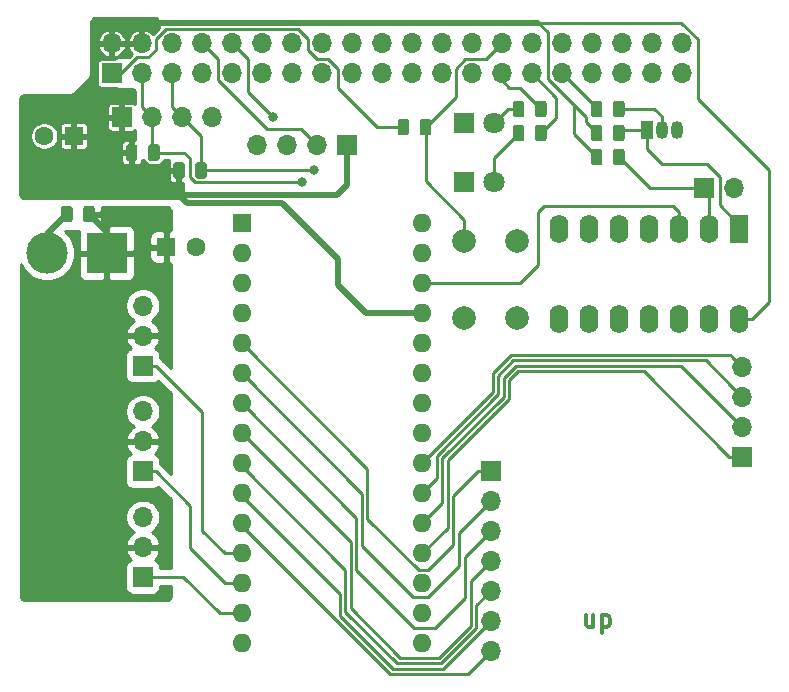
<source format=gbr>
G04 #@! TF.GenerationSoftware,KiCad,Pcbnew,5.1.5*
G04 #@! TF.CreationDate,2020-04-11T22:48:05+02:00*
G04 #@! TF.ProjectId,rc_car,72635f63-6172-42e6-9b69-6361645f7063,rev?*
G04 #@! TF.SameCoordinates,Original*
G04 #@! TF.FileFunction,Copper,L1,Top*
G04 #@! TF.FilePolarity,Positive*
%FSLAX46Y46*%
G04 Gerber Fmt 4.6, Leading zero omitted, Abs format (unit mm)*
G04 Created by KiCad (PCBNEW 5.1.5) date 2020-04-11 22:48:05*
%MOMM*%
%LPD*%
G04 APERTURE LIST*
%ADD10C,0.300000*%
%ADD11O,1.700000X1.700000*%
%ADD12R,1.700000X1.700000*%
%ADD13O,1.600000X2.400000*%
%ADD14R,1.600000X2.400000*%
%ADD15R,1.600000X1.600000*%
%ADD16O,1.600000X1.600000*%
%ADD17C,1.600000*%
%ADD18R,1.800000X1.800000*%
%ADD19C,1.800000*%
%ADD20R,3.500120X3.500120*%
%ADD21C,3.500120*%
%ADD22O,1.050000X1.500000*%
%ADD23R,1.050000X1.500000*%
%ADD24C,2.000000*%
%ADD25C,0.100000*%
%ADD26C,0.800000*%
%ADD27C,0.250000*%
%ADD28C,0.500000*%
%ADD29C,0.254000*%
G04 APERTURE END LIST*
D10*
X149142857Y-94678571D02*
X149142857Y-95678571D01*
X148500000Y-94678571D02*
X148500000Y-95464285D01*
X148571428Y-95607142D01*
X148714285Y-95678571D01*
X148928571Y-95678571D01*
X149071428Y-95607142D01*
X149142857Y-95535714D01*
X149857142Y-94678571D02*
X149857142Y-96178571D01*
X149857142Y-94750000D02*
X150000000Y-94678571D01*
X150285714Y-94678571D01*
X150428571Y-94750000D01*
X150500000Y-94821428D01*
X150571428Y-94964285D01*
X150571428Y-95392857D01*
X150500000Y-95535714D01*
X150428571Y-95607142D01*
X150285714Y-95678571D01*
X150000000Y-95678571D01*
X149857142Y-95607142D01*
D11*
X140500000Y-97660000D03*
X140500000Y-95120000D03*
X140500000Y-92580000D03*
X140500000Y-90040000D03*
X140500000Y-87500000D03*
X140500000Y-84960000D03*
D12*
X140500000Y-82420000D03*
D13*
X161500000Y-69620000D03*
X146260000Y-62000000D03*
X158960000Y-69620000D03*
X148800000Y-62000000D03*
X156420000Y-69620000D03*
X151340000Y-62000000D03*
X153880000Y-69620000D03*
X153880000Y-62000000D03*
X151340000Y-69620000D03*
X156420000Y-62000000D03*
X148800000Y-69620000D03*
X158960000Y-62000000D03*
X146260000Y-69620000D03*
D14*
X161500000Y-62000000D03*
D11*
X161750000Y-73630000D03*
X161750000Y-76170000D03*
X161750000Y-78710000D03*
D12*
X161750000Y-81250000D03*
X108360000Y-48790000D03*
D11*
X108360000Y-46250000D03*
X110900000Y-48790000D03*
X110900000Y-46250000D03*
X113440000Y-48790000D03*
X113440000Y-46250000D03*
X115980000Y-48790000D03*
X115980000Y-46250000D03*
X118520000Y-48790000D03*
X118520000Y-46250000D03*
X121060000Y-48790000D03*
X121060000Y-46250000D03*
X123600000Y-48790000D03*
X123600000Y-46250000D03*
X126140000Y-48790000D03*
X126140000Y-46250000D03*
X128680000Y-48790000D03*
X128680000Y-46250000D03*
X131220000Y-48790000D03*
X131220000Y-46250000D03*
X133760000Y-48790000D03*
X133760000Y-46250000D03*
X136300000Y-48790000D03*
X136300000Y-46250000D03*
X138840000Y-48790000D03*
X138840000Y-46250000D03*
X141380000Y-48790000D03*
X141380000Y-46250000D03*
X143920000Y-48790000D03*
X143920000Y-46250000D03*
X146460000Y-48790000D03*
X146460000Y-46250000D03*
X149000000Y-48790000D03*
X149000000Y-46250000D03*
X151540000Y-48790000D03*
X151540000Y-46250000D03*
X154080000Y-48790000D03*
X154080000Y-46250000D03*
X156620000Y-48790000D03*
X156620000Y-46250000D03*
D15*
X119380000Y-61500000D03*
D16*
X134620000Y-94520000D03*
X119380000Y-64040000D03*
X134620000Y-91980000D03*
X119380000Y-66580000D03*
X134620000Y-89440000D03*
X119380000Y-69120000D03*
X134620000Y-86900000D03*
X119380000Y-71660000D03*
X134620000Y-84360000D03*
X119380000Y-74200000D03*
X134620000Y-81820000D03*
X119380000Y-76740000D03*
X134620000Y-79280000D03*
X119380000Y-79280000D03*
X134620000Y-76740000D03*
X119380000Y-81820000D03*
X134620000Y-74200000D03*
X119380000Y-84360000D03*
X134620000Y-71660000D03*
X119380000Y-86900000D03*
X134620000Y-69120000D03*
X119380000Y-89440000D03*
X134620000Y-66580000D03*
X119380000Y-91980000D03*
X134620000Y-64040000D03*
X119380000Y-94520000D03*
X134620000Y-61500000D03*
X119380000Y-97060000D03*
X134620000Y-97060000D03*
D17*
X102656000Y-54102000D03*
D15*
X105156000Y-54102000D03*
D11*
X116840000Y-52500000D03*
X114300000Y-52500000D03*
X111760000Y-52500000D03*
D12*
X109220000Y-52500000D03*
D18*
X138176000Y-53000000D03*
D19*
X140716000Y-53000000D03*
X140716000Y-58000000D03*
D18*
X138176000Y-58000000D03*
D20*
X107950000Y-64008000D03*
D21*
X102870000Y-64008000D03*
D11*
X111000000Y-68460000D03*
X111000000Y-71000000D03*
D12*
X111000000Y-73540000D03*
X110998000Y-82500000D03*
D11*
X110998000Y-79960000D03*
X110998000Y-77420000D03*
D12*
X110998000Y-91440000D03*
D11*
X110998000Y-88900000D03*
X110998000Y-86360000D03*
D12*
X128270000Y-54864000D03*
D11*
X125730000Y-54864000D03*
X123190000Y-54864000D03*
X120650000Y-54864000D03*
D12*
X158500000Y-58500000D03*
D11*
X161040000Y-58500000D03*
D22*
X154940000Y-53586000D03*
X156210000Y-53586000D03*
D23*
X153670000Y-53586000D03*
D24*
X142676000Y-69500000D03*
X138176000Y-69500000D03*
X142676000Y-63000000D03*
X138176000Y-63000000D03*
G04 #@! TA.AperFunction,SMDPad,CuDef*
D25*
G36*
X135205142Y-52641174D02*
G01*
X135228803Y-52644684D01*
X135252007Y-52650496D01*
X135274529Y-52658554D01*
X135296153Y-52668782D01*
X135316670Y-52681079D01*
X135335883Y-52695329D01*
X135353607Y-52711393D01*
X135369671Y-52729117D01*
X135383921Y-52748330D01*
X135396218Y-52768847D01*
X135406446Y-52790471D01*
X135414504Y-52812993D01*
X135420316Y-52836197D01*
X135423826Y-52859858D01*
X135425000Y-52883750D01*
X135425000Y-53796250D01*
X135423826Y-53820142D01*
X135420316Y-53843803D01*
X135414504Y-53867007D01*
X135406446Y-53889529D01*
X135396218Y-53911153D01*
X135383921Y-53931670D01*
X135369671Y-53950883D01*
X135353607Y-53968607D01*
X135335883Y-53984671D01*
X135316670Y-53998921D01*
X135296153Y-54011218D01*
X135274529Y-54021446D01*
X135252007Y-54029504D01*
X135228803Y-54035316D01*
X135205142Y-54038826D01*
X135181250Y-54040000D01*
X134693750Y-54040000D01*
X134669858Y-54038826D01*
X134646197Y-54035316D01*
X134622993Y-54029504D01*
X134600471Y-54021446D01*
X134578847Y-54011218D01*
X134558330Y-53998921D01*
X134539117Y-53984671D01*
X134521393Y-53968607D01*
X134505329Y-53950883D01*
X134491079Y-53931670D01*
X134478782Y-53911153D01*
X134468554Y-53889529D01*
X134460496Y-53867007D01*
X134454684Y-53843803D01*
X134451174Y-53820142D01*
X134450000Y-53796250D01*
X134450000Y-52883750D01*
X134451174Y-52859858D01*
X134454684Y-52836197D01*
X134460496Y-52812993D01*
X134468554Y-52790471D01*
X134478782Y-52768847D01*
X134491079Y-52748330D01*
X134505329Y-52729117D01*
X134521393Y-52711393D01*
X134539117Y-52695329D01*
X134558330Y-52681079D01*
X134578847Y-52668782D01*
X134600471Y-52658554D01*
X134622993Y-52650496D01*
X134646197Y-52644684D01*
X134669858Y-52641174D01*
X134693750Y-52640000D01*
X135181250Y-52640000D01*
X135205142Y-52641174D01*
G37*
G04 #@! TD.AperFunction*
G04 #@! TA.AperFunction,SMDPad,CuDef*
G36*
X133330142Y-52641174D02*
G01*
X133353803Y-52644684D01*
X133377007Y-52650496D01*
X133399529Y-52658554D01*
X133421153Y-52668782D01*
X133441670Y-52681079D01*
X133460883Y-52695329D01*
X133478607Y-52711393D01*
X133494671Y-52729117D01*
X133508921Y-52748330D01*
X133521218Y-52768847D01*
X133531446Y-52790471D01*
X133539504Y-52812993D01*
X133545316Y-52836197D01*
X133548826Y-52859858D01*
X133550000Y-52883750D01*
X133550000Y-53796250D01*
X133548826Y-53820142D01*
X133545316Y-53843803D01*
X133539504Y-53867007D01*
X133531446Y-53889529D01*
X133521218Y-53911153D01*
X133508921Y-53931670D01*
X133494671Y-53950883D01*
X133478607Y-53968607D01*
X133460883Y-53984671D01*
X133441670Y-53998921D01*
X133421153Y-54011218D01*
X133399529Y-54021446D01*
X133377007Y-54029504D01*
X133353803Y-54035316D01*
X133330142Y-54038826D01*
X133306250Y-54040000D01*
X132818750Y-54040000D01*
X132794858Y-54038826D01*
X132771197Y-54035316D01*
X132747993Y-54029504D01*
X132725471Y-54021446D01*
X132703847Y-54011218D01*
X132683330Y-53998921D01*
X132664117Y-53984671D01*
X132646393Y-53968607D01*
X132630329Y-53950883D01*
X132616079Y-53931670D01*
X132603782Y-53911153D01*
X132593554Y-53889529D01*
X132585496Y-53867007D01*
X132579684Y-53843803D01*
X132576174Y-53820142D01*
X132575000Y-53796250D01*
X132575000Y-52883750D01*
X132576174Y-52859858D01*
X132579684Y-52836197D01*
X132585496Y-52812993D01*
X132593554Y-52790471D01*
X132603782Y-52768847D01*
X132616079Y-52748330D01*
X132630329Y-52729117D01*
X132646393Y-52711393D01*
X132664117Y-52695329D01*
X132683330Y-52681079D01*
X132703847Y-52668782D01*
X132725471Y-52658554D01*
X132747993Y-52650496D01*
X132771197Y-52644684D01*
X132794858Y-52641174D01*
X132818750Y-52640000D01*
X133306250Y-52640000D01*
X133330142Y-52641174D01*
G37*
G04 #@! TD.AperFunction*
G04 #@! TA.AperFunction,SMDPad,CuDef*
G36*
X144969142Y-51109174D02*
G01*
X144992803Y-51112684D01*
X145016007Y-51118496D01*
X145038529Y-51126554D01*
X145060153Y-51136782D01*
X145080670Y-51149079D01*
X145099883Y-51163329D01*
X145117607Y-51179393D01*
X145133671Y-51197117D01*
X145147921Y-51216330D01*
X145160218Y-51236847D01*
X145170446Y-51258471D01*
X145178504Y-51280993D01*
X145184316Y-51304197D01*
X145187826Y-51327858D01*
X145189000Y-51351750D01*
X145189000Y-52264250D01*
X145187826Y-52288142D01*
X145184316Y-52311803D01*
X145178504Y-52335007D01*
X145170446Y-52357529D01*
X145160218Y-52379153D01*
X145147921Y-52399670D01*
X145133671Y-52418883D01*
X145117607Y-52436607D01*
X145099883Y-52452671D01*
X145080670Y-52466921D01*
X145060153Y-52479218D01*
X145038529Y-52489446D01*
X145016007Y-52497504D01*
X144992803Y-52503316D01*
X144969142Y-52506826D01*
X144945250Y-52508000D01*
X144457750Y-52508000D01*
X144433858Y-52506826D01*
X144410197Y-52503316D01*
X144386993Y-52497504D01*
X144364471Y-52489446D01*
X144342847Y-52479218D01*
X144322330Y-52466921D01*
X144303117Y-52452671D01*
X144285393Y-52436607D01*
X144269329Y-52418883D01*
X144255079Y-52399670D01*
X144242782Y-52379153D01*
X144232554Y-52357529D01*
X144224496Y-52335007D01*
X144218684Y-52311803D01*
X144215174Y-52288142D01*
X144214000Y-52264250D01*
X144214000Y-51351750D01*
X144215174Y-51327858D01*
X144218684Y-51304197D01*
X144224496Y-51280993D01*
X144232554Y-51258471D01*
X144242782Y-51236847D01*
X144255079Y-51216330D01*
X144269329Y-51197117D01*
X144285393Y-51179393D01*
X144303117Y-51163329D01*
X144322330Y-51149079D01*
X144342847Y-51136782D01*
X144364471Y-51126554D01*
X144386993Y-51118496D01*
X144410197Y-51112684D01*
X144433858Y-51109174D01*
X144457750Y-51108000D01*
X144945250Y-51108000D01*
X144969142Y-51109174D01*
G37*
G04 #@! TD.AperFunction*
G04 #@! TA.AperFunction,SMDPad,CuDef*
G36*
X143094142Y-51109174D02*
G01*
X143117803Y-51112684D01*
X143141007Y-51118496D01*
X143163529Y-51126554D01*
X143185153Y-51136782D01*
X143205670Y-51149079D01*
X143224883Y-51163329D01*
X143242607Y-51179393D01*
X143258671Y-51197117D01*
X143272921Y-51216330D01*
X143285218Y-51236847D01*
X143295446Y-51258471D01*
X143303504Y-51280993D01*
X143309316Y-51304197D01*
X143312826Y-51327858D01*
X143314000Y-51351750D01*
X143314000Y-52264250D01*
X143312826Y-52288142D01*
X143309316Y-52311803D01*
X143303504Y-52335007D01*
X143295446Y-52357529D01*
X143285218Y-52379153D01*
X143272921Y-52399670D01*
X143258671Y-52418883D01*
X143242607Y-52436607D01*
X143224883Y-52452671D01*
X143205670Y-52466921D01*
X143185153Y-52479218D01*
X143163529Y-52489446D01*
X143141007Y-52497504D01*
X143117803Y-52503316D01*
X143094142Y-52506826D01*
X143070250Y-52508000D01*
X142582750Y-52508000D01*
X142558858Y-52506826D01*
X142535197Y-52503316D01*
X142511993Y-52497504D01*
X142489471Y-52489446D01*
X142467847Y-52479218D01*
X142447330Y-52466921D01*
X142428117Y-52452671D01*
X142410393Y-52436607D01*
X142394329Y-52418883D01*
X142380079Y-52399670D01*
X142367782Y-52379153D01*
X142357554Y-52357529D01*
X142349496Y-52335007D01*
X142343684Y-52311803D01*
X142340174Y-52288142D01*
X142339000Y-52264250D01*
X142339000Y-51351750D01*
X142340174Y-51327858D01*
X142343684Y-51304197D01*
X142349496Y-51280993D01*
X142357554Y-51258471D01*
X142367782Y-51236847D01*
X142380079Y-51216330D01*
X142394329Y-51197117D01*
X142410393Y-51179393D01*
X142428117Y-51163329D01*
X142447330Y-51149079D01*
X142467847Y-51136782D01*
X142489471Y-51126554D01*
X142511993Y-51118496D01*
X142535197Y-51112684D01*
X142558858Y-51109174D01*
X142582750Y-51108000D01*
X143070250Y-51108000D01*
X143094142Y-51109174D01*
G37*
G04 #@! TD.AperFunction*
G04 #@! TA.AperFunction,SMDPad,CuDef*
G36*
X144969142Y-53141174D02*
G01*
X144992803Y-53144684D01*
X145016007Y-53150496D01*
X145038529Y-53158554D01*
X145060153Y-53168782D01*
X145080670Y-53181079D01*
X145099883Y-53195329D01*
X145117607Y-53211393D01*
X145133671Y-53229117D01*
X145147921Y-53248330D01*
X145160218Y-53268847D01*
X145170446Y-53290471D01*
X145178504Y-53312993D01*
X145184316Y-53336197D01*
X145187826Y-53359858D01*
X145189000Y-53383750D01*
X145189000Y-54296250D01*
X145187826Y-54320142D01*
X145184316Y-54343803D01*
X145178504Y-54367007D01*
X145170446Y-54389529D01*
X145160218Y-54411153D01*
X145147921Y-54431670D01*
X145133671Y-54450883D01*
X145117607Y-54468607D01*
X145099883Y-54484671D01*
X145080670Y-54498921D01*
X145060153Y-54511218D01*
X145038529Y-54521446D01*
X145016007Y-54529504D01*
X144992803Y-54535316D01*
X144969142Y-54538826D01*
X144945250Y-54540000D01*
X144457750Y-54540000D01*
X144433858Y-54538826D01*
X144410197Y-54535316D01*
X144386993Y-54529504D01*
X144364471Y-54521446D01*
X144342847Y-54511218D01*
X144322330Y-54498921D01*
X144303117Y-54484671D01*
X144285393Y-54468607D01*
X144269329Y-54450883D01*
X144255079Y-54431670D01*
X144242782Y-54411153D01*
X144232554Y-54389529D01*
X144224496Y-54367007D01*
X144218684Y-54343803D01*
X144215174Y-54320142D01*
X144214000Y-54296250D01*
X144214000Y-53383750D01*
X144215174Y-53359858D01*
X144218684Y-53336197D01*
X144224496Y-53312993D01*
X144232554Y-53290471D01*
X144242782Y-53268847D01*
X144255079Y-53248330D01*
X144269329Y-53229117D01*
X144285393Y-53211393D01*
X144303117Y-53195329D01*
X144322330Y-53181079D01*
X144342847Y-53168782D01*
X144364471Y-53158554D01*
X144386993Y-53150496D01*
X144410197Y-53144684D01*
X144433858Y-53141174D01*
X144457750Y-53140000D01*
X144945250Y-53140000D01*
X144969142Y-53141174D01*
G37*
G04 #@! TD.AperFunction*
G04 #@! TA.AperFunction,SMDPad,CuDef*
G36*
X143094142Y-53141174D02*
G01*
X143117803Y-53144684D01*
X143141007Y-53150496D01*
X143163529Y-53158554D01*
X143185153Y-53168782D01*
X143205670Y-53181079D01*
X143224883Y-53195329D01*
X143242607Y-53211393D01*
X143258671Y-53229117D01*
X143272921Y-53248330D01*
X143285218Y-53268847D01*
X143295446Y-53290471D01*
X143303504Y-53312993D01*
X143309316Y-53336197D01*
X143312826Y-53359858D01*
X143314000Y-53383750D01*
X143314000Y-54296250D01*
X143312826Y-54320142D01*
X143309316Y-54343803D01*
X143303504Y-54367007D01*
X143295446Y-54389529D01*
X143285218Y-54411153D01*
X143272921Y-54431670D01*
X143258671Y-54450883D01*
X143242607Y-54468607D01*
X143224883Y-54484671D01*
X143205670Y-54498921D01*
X143185153Y-54511218D01*
X143163529Y-54521446D01*
X143141007Y-54529504D01*
X143117803Y-54535316D01*
X143094142Y-54538826D01*
X143070250Y-54540000D01*
X142582750Y-54540000D01*
X142558858Y-54538826D01*
X142535197Y-54535316D01*
X142511993Y-54529504D01*
X142489471Y-54521446D01*
X142467847Y-54511218D01*
X142447330Y-54498921D01*
X142428117Y-54484671D01*
X142410393Y-54468607D01*
X142394329Y-54450883D01*
X142380079Y-54431670D01*
X142367782Y-54411153D01*
X142357554Y-54389529D01*
X142349496Y-54367007D01*
X142343684Y-54343803D01*
X142340174Y-54320142D01*
X142339000Y-54296250D01*
X142339000Y-53383750D01*
X142340174Y-53359858D01*
X142343684Y-53336197D01*
X142349496Y-53312993D01*
X142357554Y-53290471D01*
X142367782Y-53268847D01*
X142380079Y-53248330D01*
X142394329Y-53229117D01*
X142410393Y-53211393D01*
X142428117Y-53195329D01*
X142447330Y-53181079D01*
X142467847Y-53168782D01*
X142489471Y-53158554D01*
X142511993Y-53150496D01*
X142535197Y-53144684D01*
X142558858Y-53141174D01*
X142582750Y-53140000D01*
X143070250Y-53140000D01*
X143094142Y-53141174D01*
G37*
G04 #@! TD.AperFunction*
G04 #@! TA.AperFunction,SMDPad,CuDef*
G36*
X116205142Y-56301174D02*
G01*
X116228803Y-56304684D01*
X116252007Y-56310496D01*
X116274529Y-56318554D01*
X116296153Y-56328782D01*
X116316670Y-56341079D01*
X116335883Y-56355329D01*
X116353607Y-56371393D01*
X116369671Y-56389117D01*
X116383921Y-56408330D01*
X116396218Y-56428847D01*
X116406446Y-56450471D01*
X116414504Y-56472993D01*
X116420316Y-56496197D01*
X116423826Y-56519858D01*
X116425000Y-56543750D01*
X116425000Y-57456250D01*
X116423826Y-57480142D01*
X116420316Y-57503803D01*
X116414504Y-57527007D01*
X116406446Y-57549529D01*
X116396218Y-57571153D01*
X116383921Y-57591670D01*
X116369671Y-57610883D01*
X116353607Y-57628607D01*
X116335883Y-57644671D01*
X116316670Y-57658921D01*
X116296153Y-57671218D01*
X116274529Y-57681446D01*
X116252007Y-57689504D01*
X116228803Y-57695316D01*
X116205142Y-57698826D01*
X116181250Y-57700000D01*
X115693750Y-57700000D01*
X115669858Y-57698826D01*
X115646197Y-57695316D01*
X115622993Y-57689504D01*
X115600471Y-57681446D01*
X115578847Y-57671218D01*
X115558330Y-57658921D01*
X115539117Y-57644671D01*
X115521393Y-57628607D01*
X115505329Y-57610883D01*
X115491079Y-57591670D01*
X115478782Y-57571153D01*
X115468554Y-57549529D01*
X115460496Y-57527007D01*
X115454684Y-57503803D01*
X115451174Y-57480142D01*
X115450000Y-57456250D01*
X115450000Y-56543750D01*
X115451174Y-56519858D01*
X115454684Y-56496197D01*
X115460496Y-56472993D01*
X115468554Y-56450471D01*
X115478782Y-56428847D01*
X115491079Y-56408330D01*
X115505329Y-56389117D01*
X115521393Y-56371393D01*
X115539117Y-56355329D01*
X115558330Y-56341079D01*
X115578847Y-56328782D01*
X115600471Y-56318554D01*
X115622993Y-56310496D01*
X115646197Y-56304684D01*
X115669858Y-56301174D01*
X115693750Y-56300000D01*
X116181250Y-56300000D01*
X116205142Y-56301174D01*
G37*
G04 #@! TD.AperFunction*
G04 #@! TA.AperFunction,SMDPad,CuDef*
G36*
X114330142Y-56301174D02*
G01*
X114353803Y-56304684D01*
X114377007Y-56310496D01*
X114399529Y-56318554D01*
X114421153Y-56328782D01*
X114441670Y-56341079D01*
X114460883Y-56355329D01*
X114478607Y-56371393D01*
X114494671Y-56389117D01*
X114508921Y-56408330D01*
X114521218Y-56428847D01*
X114531446Y-56450471D01*
X114539504Y-56472993D01*
X114545316Y-56496197D01*
X114548826Y-56519858D01*
X114550000Y-56543750D01*
X114550000Y-57456250D01*
X114548826Y-57480142D01*
X114545316Y-57503803D01*
X114539504Y-57527007D01*
X114531446Y-57549529D01*
X114521218Y-57571153D01*
X114508921Y-57591670D01*
X114494671Y-57610883D01*
X114478607Y-57628607D01*
X114460883Y-57644671D01*
X114441670Y-57658921D01*
X114421153Y-57671218D01*
X114399529Y-57681446D01*
X114377007Y-57689504D01*
X114353803Y-57695316D01*
X114330142Y-57698826D01*
X114306250Y-57700000D01*
X113818750Y-57700000D01*
X113794858Y-57698826D01*
X113771197Y-57695316D01*
X113747993Y-57689504D01*
X113725471Y-57681446D01*
X113703847Y-57671218D01*
X113683330Y-57658921D01*
X113664117Y-57644671D01*
X113646393Y-57628607D01*
X113630329Y-57610883D01*
X113616079Y-57591670D01*
X113603782Y-57571153D01*
X113593554Y-57549529D01*
X113585496Y-57527007D01*
X113579684Y-57503803D01*
X113576174Y-57480142D01*
X113575000Y-57456250D01*
X113575000Y-56543750D01*
X113576174Y-56519858D01*
X113579684Y-56496197D01*
X113585496Y-56472993D01*
X113593554Y-56450471D01*
X113603782Y-56428847D01*
X113616079Y-56408330D01*
X113630329Y-56389117D01*
X113646393Y-56371393D01*
X113664117Y-56355329D01*
X113683330Y-56341079D01*
X113703847Y-56328782D01*
X113725471Y-56318554D01*
X113747993Y-56310496D01*
X113771197Y-56304684D01*
X113794858Y-56301174D01*
X113818750Y-56300000D01*
X114306250Y-56300000D01*
X114330142Y-56301174D01*
G37*
G04 #@! TD.AperFunction*
G04 #@! TA.AperFunction,SMDPad,CuDef*
G36*
X149698142Y-51109174D02*
G01*
X149721803Y-51112684D01*
X149745007Y-51118496D01*
X149767529Y-51126554D01*
X149789153Y-51136782D01*
X149809670Y-51149079D01*
X149828883Y-51163329D01*
X149846607Y-51179393D01*
X149862671Y-51197117D01*
X149876921Y-51216330D01*
X149889218Y-51236847D01*
X149899446Y-51258471D01*
X149907504Y-51280993D01*
X149913316Y-51304197D01*
X149916826Y-51327858D01*
X149918000Y-51351750D01*
X149918000Y-52264250D01*
X149916826Y-52288142D01*
X149913316Y-52311803D01*
X149907504Y-52335007D01*
X149899446Y-52357529D01*
X149889218Y-52379153D01*
X149876921Y-52399670D01*
X149862671Y-52418883D01*
X149846607Y-52436607D01*
X149828883Y-52452671D01*
X149809670Y-52466921D01*
X149789153Y-52479218D01*
X149767529Y-52489446D01*
X149745007Y-52497504D01*
X149721803Y-52503316D01*
X149698142Y-52506826D01*
X149674250Y-52508000D01*
X149186750Y-52508000D01*
X149162858Y-52506826D01*
X149139197Y-52503316D01*
X149115993Y-52497504D01*
X149093471Y-52489446D01*
X149071847Y-52479218D01*
X149051330Y-52466921D01*
X149032117Y-52452671D01*
X149014393Y-52436607D01*
X148998329Y-52418883D01*
X148984079Y-52399670D01*
X148971782Y-52379153D01*
X148961554Y-52357529D01*
X148953496Y-52335007D01*
X148947684Y-52311803D01*
X148944174Y-52288142D01*
X148943000Y-52264250D01*
X148943000Y-51351750D01*
X148944174Y-51327858D01*
X148947684Y-51304197D01*
X148953496Y-51280993D01*
X148961554Y-51258471D01*
X148971782Y-51236847D01*
X148984079Y-51216330D01*
X148998329Y-51197117D01*
X149014393Y-51179393D01*
X149032117Y-51163329D01*
X149051330Y-51149079D01*
X149071847Y-51136782D01*
X149093471Y-51126554D01*
X149115993Y-51118496D01*
X149139197Y-51112684D01*
X149162858Y-51109174D01*
X149186750Y-51108000D01*
X149674250Y-51108000D01*
X149698142Y-51109174D01*
G37*
G04 #@! TD.AperFunction*
G04 #@! TA.AperFunction,SMDPad,CuDef*
G36*
X151573142Y-51109174D02*
G01*
X151596803Y-51112684D01*
X151620007Y-51118496D01*
X151642529Y-51126554D01*
X151664153Y-51136782D01*
X151684670Y-51149079D01*
X151703883Y-51163329D01*
X151721607Y-51179393D01*
X151737671Y-51197117D01*
X151751921Y-51216330D01*
X151764218Y-51236847D01*
X151774446Y-51258471D01*
X151782504Y-51280993D01*
X151788316Y-51304197D01*
X151791826Y-51327858D01*
X151793000Y-51351750D01*
X151793000Y-52264250D01*
X151791826Y-52288142D01*
X151788316Y-52311803D01*
X151782504Y-52335007D01*
X151774446Y-52357529D01*
X151764218Y-52379153D01*
X151751921Y-52399670D01*
X151737671Y-52418883D01*
X151721607Y-52436607D01*
X151703883Y-52452671D01*
X151684670Y-52466921D01*
X151664153Y-52479218D01*
X151642529Y-52489446D01*
X151620007Y-52497504D01*
X151596803Y-52503316D01*
X151573142Y-52506826D01*
X151549250Y-52508000D01*
X151061750Y-52508000D01*
X151037858Y-52506826D01*
X151014197Y-52503316D01*
X150990993Y-52497504D01*
X150968471Y-52489446D01*
X150946847Y-52479218D01*
X150926330Y-52466921D01*
X150907117Y-52452671D01*
X150889393Y-52436607D01*
X150873329Y-52418883D01*
X150859079Y-52399670D01*
X150846782Y-52379153D01*
X150836554Y-52357529D01*
X150828496Y-52335007D01*
X150822684Y-52311803D01*
X150819174Y-52288142D01*
X150818000Y-52264250D01*
X150818000Y-51351750D01*
X150819174Y-51327858D01*
X150822684Y-51304197D01*
X150828496Y-51280993D01*
X150836554Y-51258471D01*
X150846782Y-51236847D01*
X150859079Y-51216330D01*
X150873329Y-51197117D01*
X150889393Y-51179393D01*
X150907117Y-51163329D01*
X150926330Y-51149079D01*
X150946847Y-51136782D01*
X150968471Y-51126554D01*
X150990993Y-51118496D01*
X151014197Y-51112684D01*
X151037858Y-51109174D01*
X151061750Y-51108000D01*
X151549250Y-51108000D01*
X151573142Y-51109174D01*
G37*
G04 #@! TD.AperFunction*
G04 #@! TA.AperFunction,SMDPad,CuDef*
G36*
X110330142Y-54801174D02*
G01*
X110353803Y-54804684D01*
X110377007Y-54810496D01*
X110399529Y-54818554D01*
X110421153Y-54828782D01*
X110441670Y-54841079D01*
X110460883Y-54855329D01*
X110478607Y-54871393D01*
X110494671Y-54889117D01*
X110508921Y-54908330D01*
X110521218Y-54928847D01*
X110531446Y-54950471D01*
X110539504Y-54972993D01*
X110545316Y-54996197D01*
X110548826Y-55019858D01*
X110550000Y-55043750D01*
X110550000Y-55956250D01*
X110548826Y-55980142D01*
X110545316Y-56003803D01*
X110539504Y-56027007D01*
X110531446Y-56049529D01*
X110521218Y-56071153D01*
X110508921Y-56091670D01*
X110494671Y-56110883D01*
X110478607Y-56128607D01*
X110460883Y-56144671D01*
X110441670Y-56158921D01*
X110421153Y-56171218D01*
X110399529Y-56181446D01*
X110377007Y-56189504D01*
X110353803Y-56195316D01*
X110330142Y-56198826D01*
X110306250Y-56200000D01*
X109818750Y-56200000D01*
X109794858Y-56198826D01*
X109771197Y-56195316D01*
X109747993Y-56189504D01*
X109725471Y-56181446D01*
X109703847Y-56171218D01*
X109683330Y-56158921D01*
X109664117Y-56144671D01*
X109646393Y-56128607D01*
X109630329Y-56110883D01*
X109616079Y-56091670D01*
X109603782Y-56071153D01*
X109593554Y-56049529D01*
X109585496Y-56027007D01*
X109579684Y-56003803D01*
X109576174Y-55980142D01*
X109575000Y-55956250D01*
X109575000Y-55043750D01*
X109576174Y-55019858D01*
X109579684Y-54996197D01*
X109585496Y-54972993D01*
X109593554Y-54950471D01*
X109603782Y-54928847D01*
X109616079Y-54908330D01*
X109630329Y-54889117D01*
X109646393Y-54871393D01*
X109664117Y-54855329D01*
X109683330Y-54841079D01*
X109703847Y-54828782D01*
X109725471Y-54818554D01*
X109747993Y-54810496D01*
X109771197Y-54804684D01*
X109794858Y-54801174D01*
X109818750Y-54800000D01*
X110306250Y-54800000D01*
X110330142Y-54801174D01*
G37*
G04 #@! TD.AperFunction*
G04 #@! TA.AperFunction,SMDPad,CuDef*
G36*
X112205142Y-54801174D02*
G01*
X112228803Y-54804684D01*
X112252007Y-54810496D01*
X112274529Y-54818554D01*
X112296153Y-54828782D01*
X112316670Y-54841079D01*
X112335883Y-54855329D01*
X112353607Y-54871393D01*
X112369671Y-54889117D01*
X112383921Y-54908330D01*
X112396218Y-54928847D01*
X112406446Y-54950471D01*
X112414504Y-54972993D01*
X112420316Y-54996197D01*
X112423826Y-55019858D01*
X112425000Y-55043750D01*
X112425000Y-55956250D01*
X112423826Y-55980142D01*
X112420316Y-56003803D01*
X112414504Y-56027007D01*
X112406446Y-56049529D01*
X112396218Y-56071153D01*
X112383921Y-56091670D01*
X112369671Y-56110883D01*
X112353607Y-56128607D01*
X112335883Y-56144671D01*
X112316670Y-56158921D01*
X112296153Y-56171218D01*
X112274529Y-56181446D01*
X112252007Y-56189504D01*
X112228803Y-56195316D01*
X112205142Y-56198826D01*
X112181250Y-56200000D01*
X111693750Y-56200000D01*
X111669858Y-56198826D01*
X111646197Y-56195316D01*
X111622993Y-56189504D01*
X111600471Y-56181446D01*
X111578847Y-56171218D01*
X111558330Y-56158921D01*
X111539117Y-56144671D01*
X111521393Y-56128607D01*
X111505329Y-56110883D01*
X111491079Y-56091670D01*
X111478782Y-56071153D01*
X111468554Y-56049529D01*
X111460496Y-56027007D01*
X111454684Y-56003803D01*
X111451174Y-55980142D01*
X111450000Y-55956250D01*
X111450000Y-55043750D01*
X111451174Y-55019858D01*
X111454684Y-54996197D01*
X111460496Y-54972993D01*
X111468554Y-54950471D01*
X111478782Y-54928847D01*
X111491079Y-54908330D01*
X111505329Y-54889117D01*
X111521393Y-54871393D01*
X111539117Y-54855329D01*
X111558330Y-54841079D01*
X111578847Y-54828782D01*
X111600471Y-54818554D01*
X111622993Y-54810496D01*
X111646197Y-54804684D01*
X111669858Y-54801174D01*
X111693750Y-54800000D01*
X112181250Y-54800000D01*
X112205142Y-54801174D01*
G37*
G04 #@! TD.AperFunction*
G04 #@! TA.AperFunction,SMDPad,CuDef*
G36*
X149698142Y-53141174D02*
G01*
X149721803Y-53144684D01*
X149745007Y-53150496D01*
X149767529Y-53158554D01*
X149789153Y-53168782D01*
X149809670Y-53181079D01*
X149828883Y-53195329D01*
X149846607Y-53211393D01*
X149862671Y-53229117D01*
X149876921Y-53248330D01*
X149889218Y-53268847D01*
X149899446Y-53290471D01*
X149907504Y-53312993D01*
X149913316Y-53336197D01*
X149916826Y-53359858D01*
X149918000Y-53383750D01*
X149918000Y-54296250D01*
X149916826Y-54320142D01*
X149913316Y-54343803D01*
X149907504Y-54367007D01*
X149899446Y-54389529D01*
X149889218Y-54411153D01*
X149876921Y-54431670D01*
X149862671Y-54450883D01*
X149846607Y-54468607D01*
X149828883Y-54484671D01*
X149809670Y-54498921D01*
X149789153Y-54511218D01*
X149767529Y-54521446D01*
X149745007Y-54529504D01*
X149721803Y-54535316D01*
X149698142Y-54538826D01*
X149674250Y-54540000D01*
X149186750Y-54540000D01*
X149162858Y-54538826D01*
X149139197Y-54535316D01*
X149115993Y-54529504D01*
X149093471Y-54521446D01*
X149071847Y-54511218D01*
X149051330Y-54498921D01*
X149032117Y-54484671D01*
X149014393Y-54468607D01*
X148998329Y-54450883D01*
X148984079Y-54431670D01*
X148971782Y-54411153D01*
X148961554Y-54389529D01*
X148953496Y-54367007D01*
X148947684Y-54343803D01*
X148944174Y-54320142D01*
X148943000Y-54296250D01*
X148943000Y-53383750D01*
X148944174Y-53359858D01*
X148947684Y-53336197D01*
X148953496Y-53312993D01*
X148961554Y-53290471D01*
X148971782Y-53268847D01*
X148984079Y-53248330D01*
X148998329Y-53229117D01*
X149014393Y-53211393D01*
X149032117Y-53195329D01*
X149051330Y-53181079D01*
X149071847Y-53168782D01*
X149093471Y-53158554D01*
X149115993Y-53150496D01*
X149139197Y-53144684D01*
X149162858Y-53141174D01*
X149186750Y-53140000D01*
X149674250Y-53140000D01*
X149698142Y-53141174D01*
G37*
G04 #@! TD.AperFunction*
G04 #@! TA.AperFunction,SMDPad,CuDef*
G36*
X151573142Y-53141174D02*
G01*
X151596803Y-53144684D01*
X151620007Y-53150496D01*
X151642529Y-53158554D01*
X151664153Y-53168782D01*
X151684670Y-53181079D01*
X151703883Y-53195329D01*
X151721607Y-53211393D01*
X151737671Y-53229117D01*
X151751921Y-53248330D01*
X151764218Y-53268847D01*
X151774446Y-53290471D01*
X151782504Y-53312993D01*
X151788316Y-53336197D01*
X151791826Y-53359858D01*
X151793000Y-53383750D01*
X151793000Y-54296250D01*
X151791826Y-54320142D01*
X151788316Y-54343803D01*
X151782504Y-54367007D01*
X151774446Y-54389529D01*
X151764218Y-54411153D01*
X151751921Y-54431670D01*
X151737671Y-54450883D01*
X151721607Y-54468607D01*
X151703883Y-54484671D01*
X151684670Y-54498921D01*
X151664153Y-54511218D01*
X151642529Y-54521446D01*
X151620007Y-54529504D01*
X151596803Y-54535316D01*
X151573142Y-54538826D01*
X151549250Y-54540000D01*
X151061750Y-54540000D01*
X151037858Y-54538826D01*
X151014197Y-54535316D01*
X150990993Y-54529504D01*
X150968471Y-54521446D01*
X150946847Y-54511218D01*
X150926330Y-54498921D01*
X150907117Y-54484671D01*
X150889393Y-54468607D01*
X150873329Y-54450883D01*
X150859079Y-54431670D01*
X150846782Y-54411153D01*
X150836554Y-54389529D01*
X150828496Y-54367007D01*
X150822684Y-54343803D01*
X150819174Y-54320142D01*
X150818000Y-54296250D01*
X150818000Y-53383750D01*
X150819174Y-53359858D01*
X150822684Y-53336197D01*
X150828496Y-53312993D01*
X150836554Y-53290471D01*
X150846782Y-53268847D01*
X150859079Y-53248330D01*
X150873329Y-53229117D01*
X150889393Y-53211393D01*
X150907117Y-53195329D01*
X150926330Y-53181079D01*
X150946847Y-53168782D01*
X150968471Y-53158554D01*
X150990993Y-53150496D01*
X151014197Y-53144684D01*
X151037858Y-53141174D01*
X151061750Y-53140000D01*
X151549250Y-53140000D01*
X151573142Y-53141174D01*
G37*
G04 #@! TD.AperFunction*
G04 #@! TA.AperFunction,SMDPad,CuDef*
G36*
X149695842Y-55173174D02*
G01*
X149719503Y-55176684D01*
X149742707Y-55182496D01*
X149765229Y-55190554D01*
X149786853Y-55200782D01*
X149807370Y-55213079D01*
X149826583Y-55227329D01*
X149844307Y-55243393D01*
X149860371Y-55261117D01*
X149874621Y-55280330D01*
X149886918Y-55300847D01*
X149897146Y-55322471D01*
X149905204Y-55344993D01*
X149911016Y-55368197D01*
X149914526Y-55391858D01*
X149915700Y-55415750D01*
X149915700Y-56328250D01*
X149914526Y-56352142D01*
X149911016Y-56375803D01*
X149905204Y-56399007D01*
X149897146Y-56421529D01*
X149886918Y-56443153D01*
X149874621Y-56463670D01*
X149860371Y-56482883D01*
X149844307Y-56500607D01*
X149826583Y-56516671D01*
X149807370Y-56530921D01*
X149786853Y-56543218D01*
X149765229Y-56553446D01*
X149742707Y-56561504D01*
X149719503Y-56567316D01*
X149695842Y-56570826D01*
X149671950Y-56572000D01*
X149184450Y-56572000D01*
X149160558Y-56570826D01*
X149136897Y-56567316D01*
X149113693Y-56561504D01*
X149091171Y-56553446D01*
X149069547Y-56543218D01*
X149049030Y-56530921D01*
X149029817Y-56516671D01*
X149012093Y-56500607D01*
X148996029Y-56482883D01*
X148981779Y-56463670D01*
X148969482Y-56443153D01*
X148959254Y-56421529D01*
X148951196Y-56399007D01*
X148945384Y-56375803D01*
X148941874Y-56352142D01*
X148940700Y-56328250D01*
X148940700Y-55415750D01*
X148941874Y-55391858D01*
X148945384Y-55368197D01*
X148951196Y-55344993D01*
X148959254Y-55322471D01*
X148969482Y-55300847D01*
X148981779Y-55280330D01*
X148996029Y-55261117D01*
X149012093Y-55243393D01*
X149029817Y-55227329D01*
X149049030Y-55213079D01*
X149069547Y-55200782D01*
X149091171Y-55190554D01*
X149113693Y-55182496D01*
X149136897Y-55176684D01*
X149160558Y-55173174D01*
X149184450Y-55172000D01*
X149671950Y-55172000D01*
X149695842Y-55173174D01*
G37*
G04 #@! TD.AperFunction*
G04 #@! TA.AperFunction,SMDPad,CuDef*
G36*
X151570842Y-55173174D02*
G01*
X151594503Y-55176684D01*
X151617707Y-55182496D01*
X151640229Y-55190554D01*
X151661853Y-55200782D01*
X151682370Y-55213079D01*
X151701583Y-55227329D01*
X151719307Y-55243393D01*
X151735371Y-55261117D01*
X151749621Y-55280330D01*
X151761918Y-55300847D01*
X151772146Y-55322471D01*
X151780204Y-55344993D01*
X151786016Y-55368197D01*
X151789526Y-55391858D01*
X151790700Y-55415750D01*
X151790700Y-56328250D01*
X151789526Y-56352142D01*
X151786016Y-56375803D01*
X151780204Y-56399007D01*
X151772146Y-56421529D01*
X151761918Y-56443153D01*
X151749621Y-56463670D01*
X151735371Y-56482883D01*
X151719307Y-56500607D01*
X151701583Y-56516671D01*
X151682370Y-56530921D01*
X151661853Y-56543218D01*
X151640229Y-56553446D01*
X151617707Y-56561504D01*
X151594503Y-56567316D01*
X151570842Y-56570826D01*
X151546950Y-56572000D01*
X151059450Y-56572000D01*
X151035558Y-56570826D01*
X151011897Y-56567316D01*
X150988693Y-56561504D01*
X150966171Y-56553446D01*
X150944547Y-56543218D01*
X150924030Y-56530921D01*
X150904817Y-56516671D01*
X150887093Y-56500607D01*
X150871029Y-56482883D01*
X150856779Y-56463670D01*
X150844482Y-56443153D01*
X150834254Y-56421529D01*
X150826196Y-56399007D01*
X150820384Y-56375803D01*
X150816874Y-56352142D01*
X150815700Y-56328250D01*
X150815700Y-55415750D01*
X150816874Y-55391858D01*
X150820384Y-55368197D01*
X150826196Y-55344993D01*
X150834254Y-55322471D01*
X150844482Y-55300847D01*
X150856779Y-55280330D01*
X150871029Y-55261117D01*
X150887093Y-55243393D01*
X150904817Y-55227329D01*
X150924030Y-55213079D01*
X150944547Y-55200782D01*
X150966171Y-55190554D01*
X150988693Y-55182496D01*
X151011897Y-55176684D01*
X151035558Y-55173174D01*
X151059450Y-55172000D01*
X151546950Y-55172000D01*
X151570842Y-55173174D01*
G37*
G04 #@! TD.AperFunction*
G04 #@! TA.AperFunction,SMDPad,CuDef*
G36*
X104830142Y-60007174D02*
G01*
X104853803Y-60010684D01*
X104877007Y-60016496D01*
X104899529Y-60024554D01*
X104921153Y-60034782D01*
X104941670Y-60047079D01*
X104960883Y-60061329D01*
X104978607Y-60077393D01*
X104994671Y-60095117D01*
X105008921Y-60114330D01*
X105021218Y-60134847D01*
X105031446Y-60156471D01*
X105039504Y-60178993D01*
X105045316Y-60202197D01*
X105048826Y-60225858D01*
X105050000Y-60249750D01*
X105050000Y-61162250D01*
X105048826Y-61186142D01*
X105045316Y-61209803D01*
X105039504Y-61233007D01*
X105031446Y-61255529D01*
X105021218Y-61277153D01*
X105008921Y-61297670D01*
X104994671Y-61316883D01*
X104978607Y-61334607D01*
X104960883Y-61350671D01*
X104941670Y-61364921D01*
X104921153Y-61377218D01*
X104899529Y-61387446D01*
X104877007Y-61395504D01*
X104853803Y-61401316D01*
X104830142Y-61404826D01*
X104806250Y-61406000D01*
X104318750Y-61406000D01*
X104294858Y-61404826D01*
X104271197Y-61401316D01*
X104247993Y-61395504D01*
X104225471Y-61387446D01*
X104203847Y-61377218D01*
X104183330Y-61364921D01*
X104164117Y-61350671D01*
X104146393Y-61334607D01*
X104130329Y-61316883D01*
X104116079Y-61297670D01*
X104103782Y-61277153D01*
X104093554Y-61255529D01*
X104085496Y-61233007D01*
X104079684Y-61209803D01*
X104076174Y-61186142D01*
X104075000Y-61162250D01*
X104075000Y-60249750D01*
X104076174Y-60225858D01*
X104079684Y-60202197D01*
X104085496Y-60178993D01*
X104093554Y-60156471D01*
X104103782Y-60134847D01*
X104116079Y-60114330D01*
X104130329Y-60095117D01*
X104146393Y-60077393D01*
X104164117Y-60061329D01*
X104183330Y-60047079D01*
X104203847Y-60034782D01*
X104225471Y-60024554D01*
X104247993Y-60016496D01*
X104271197Y-60010684D01*
X104294858Y-60007174D01*
X104318750Y-60006000D01*
X104806250Y-60006000D01*
X104830142Y-60007174D01*
G37*
G04 #@! TD.AperFunction*
G04 #@! TA.AperFunction,SMDPad,CuDef*
G36*
X106705142Y-60007174D02*
G01*
X106728803Y-60010684D01*
X106752007Y-60016496D01*
X106774529Y-60024554D01*
X106796153Y-60034782D01*
X106816670Y-60047079D01*
X106835883Y-60061329D01*
X106853607Y-60077393D01*
X106869671Y-60095117D01*
X106883921Y-60114330D01*
X106896218Y-60134847D01*
X106906446Y-60156471D01*
X106914504Y-60178993D01*
X106920316Y-60202197D01*
X106923826Y-60225858D01*
X106925000Y-60249750D01*
X106925000Y-61162250D01*
X106923826Y-61186142D01*
X106920316Y-61209803D01*
X106914504Y-61233007D01*
X106906446Y-61255529D01*
X106896218Y-61277153D01*
X106883921Y-61297670D01*
X106869671Y-61316883D01*
X106853607Y-61334607D01*
X106835883Y-61350671D01*
X106816670Y-61364921D01*
X106796153Y-61377218D01*
X106774529Y-61387446D01*
X106752007Y-61395504D01*
X106728803Y-61401316D01*
X106705142Y-61404826D01*
X106681250Y-61406000D01*
X106193750Y-61406000D01*
X106169858Y-61404826D01*
X106146197Y-61401316D01*
X106122993Y-61395504D01*
X106100471Y-61387446D01*
X106078847Y-61377218D01*
X106058330Y-61364921D01*
X106039117Y-61350671D01*
X106021393Y-61334607D01*
X106005329Y-61316883D01*
X105991079Y-61297670D01*
X105978782Y-61277153D01*
X105968554Y-61255529D01*
X105960496Y-61233007D01*
X105954684Y-61209803D01*
X105951174Y-61186142D01*
X105950000Y-61162250D01*
X105950000Y-60249750D01*
X105951174Y-60225858D01*
X105954684Y-60202197D01*
X105960496Y-60178993D01*
X105968554Y-60156471D01*
X105978782Y-60134847D01*
X105991079Y-60114330D01*
X106005329Y-60095117D01*
X106021393Y-60077393D01*
X106039117Y-60061329D01*
X106058330Y-60047079D01*
X106078847Y-60034782D01*
X106100471Y-60024554D01*
X106122993Y-60016496D01*
X106146197Y-60010684D01*
X106169858Y-60007174D01*
X106193750Y-60006000D01*
X106681250Y-60006000D01*
X106705142Y-60007174D01*
G37*
G04 #@! TD.AperFunction*
D15*
X113000000Y-63500000D03*
D17*
X115500000Y-63500000D03*
D26*
X124500000Y-58000000D03*
X125500000Y-57000000D03*
X122000000Y-52500000D03*
D27*
X144500000Y-65000000D02*
X142920000Y-66580000D01*
X156420000Y-60550000D02*
X155870000Y-60000000D01*
X156420000Y-62000000D02*
X156420000Y-60550000D01*
X155870000Y-60000000D02*
X145000000Y-60000000D01*
X145000000Y-60000000D02*
X144500000Y-60500000D01*
X142920000Y-66580000D02*
X134842000Y-66580000D01*
X144500000Y-60500000D02*
X144500000Y-65000000D01*
X110900000Y-51640000D02*
X111760000Y-52500000D01*
X110900000Y-48790000D02*
X110900000Y-51640000D01*
X111760000Y-55322500D02*
X111937500Y-55500000D01*
X111760000Y-52500000D02*
X111760000Y-55322500D01*
X114500000Y-55500000D02*
X115000000Y-56000000D01*
X115458160Y-58025010D02*
X124474990Y-58025010D01*
X124474990Y-58025010D02*
X124500000Y-58000000D01*
X111937500Y-55500000D02*
X114500000Y-55500000D01*
X115000000Y-56000000D02*
X115000000Y-57566850D01*
X115000000Y-57566850D02*
X115458160Y-58025010D01*
X115937500Y-54137500D02*
X115937500Y-57000000D01*
X114300000Y-52500000D02*
X115937500Y-54137500D01*
X113440000Y-51640000D02*
X113440000Y-48790000D01*
X114300000Y-52500000D02*
X113440000Y-51640000D01*
X115937500Y-57000000D02*
X125500000Y-57000000D01*
X147500000Y-53943800D02*
X149428200Y-55872000D01*
X147500000Y-51500000D02*
X147500000Y-53943800D01*
X147500000Y-51500000D02*
X148500000Y-52500000D01*
X148500000Y-52909500D02*
X149430500Y-53840000D01*
X148500000Y-52500000D02*
X148500000Y-52909500D01*
X162550000Y-69620000D02*
X164000000Y-68170000D01*
X161500000Y-69620000D02*
X162550000Y-69620000D01*
X164000000Y-57000000D02*
X158000000Y-51000000D01*
X164000000Y-68170000D02*
X164000000Y-57000000D01*
D28*
X108360000Y-45047919D02*
X108907930Y-44499989D01*
X108360000Y-46250000D02*
X108360000Y-45047919D01*
X143499989Y-44499989D02*
X143500000Y-44500000D01*
X108907930Y-44499989D02*
X143499989Y-44499989D01*
D27*
X145284999Y-45284999D02*
X144500000Y-44500000D01*
X145284999Y-49284999D02*
X145284999Y-45284999D01*
X147500000Y-51500000D02*
X145284999Y-49284999D01*
X144000000Y-44500000D02*
X156609002Y-44500000D01*
D28*
X144000000Y-44500000D02*
X144500000Y-44500000D01*
X143500000Y-44500000D02*
X144000000Y-44500000D01*
D27*
X158000000Y-45890998D02*
X158000000Y-51000000D01*
X156609002Y-44500000D02*
X158000000Y-45890998D01*
D28*
X128270000Y-54864000D02*
X128270000Y-58230000D01*
X127424990Y-59075010D02*
X113575010Y-59075010D01*
X128270000Y-58230000D02*
X127424990Y-59075010D01*
X113575010Y-59075010D02*
X113500000Y-59000000D01*
X113500000Y-59000000D02*
X112500000Y-58000000D01*
X114750000Y-59750000D02*
X114000000Y-59000000D01*
X122750000Y-59750000D02*
X114750000Y-59750000D01*
X129936000Y-69120000D02*
X127500000Y-66684000D01*
X134398000Y-69120000D02*
X129936000Y-69120000D01*
X134620000Y-69342000D02*
X134398000Y-69120000D01*
X127500000Y-66684000D02*
X127500000Y-64500000D01*
X127500000Y-64500000D02*
X122750000Y-59750000D01*
D27*
X119158000Y-89440000D02*
X117940000Y-89440000D01*
X119380000Y-89662000D02*
X119158000Y-89440000D01*
X112100000Y-73540000D02*
X111000000Y-73540000D01*
X117940000Y-89440000D02*
X116000000Y-87500000D01*
X116000000Y-77440000D02*
X112100000Y-73540000D01*
X116000000Y-87500000D02*
X116000000Y-77440000D01*
X112098000Y-82500000D02*
X110998000Y-82500000D01*
X119380000Y-91980000D02*
X117980000Y-91980000D01*
X117980000Y-91980000D02*
X115000000Y-89000000D01*
X119380000Y-92202000D02*
X119380000Y-91980000D01*
X115000000Y-89000000D02*
X115000000Y-85402000D01*
X115000000Y-85402000D02*
X112098000Y-82500000D01*
D28*
X102870000Y-62398500D02*
X104562500Y-60706000D01*
X102870000Y-64008000D02*
X102870000Y-62398500D01*
D27*
X102948500Y-54394500D02*
X102656000Y-54102000D01*
X114440000Y-91440000D02*
X110998000Y-91440000D01*
X117520000Y-94520000D02*
X114440000Y-91440000D01*
X119380000Y-94742000D02*
X119380000Y-94520000D01*
X119380000Y-94520000D02*
X117520000Y-94520000D01*
D28*
X107950000Y-64008000D02*
X107950000Y-62218500D01*
X112492000Y-64008000D02*
X113000000Y-63500000D01*
X106437500Y-60706000D02*
X107950000Y-62218500D01*
D27*
X141908000Y-51808000D02*
X140716000Y-53000000D01*
X142826500Y-51808000D02*
X141908000Y-51808000D01*
X140716000Y-55950500D02*
X142826500Y-53840000D01*
X140716000Y-58000000D02*
X140716000Y-55950500D01*
X124366000Y-53500000D02*
X125730000Y-54864000D01*
X121490998Y-53500000D02*
X124366000Y-53500000D01*
X117344999Y-49354001D02*
X121490998Y-53500000D01*
X115980000Y-46250000D02*
X117344999Y-47614999D01*
X117344999Y-47614999D02*
X117344999Y-49354001D01*
X119369999Y-47099999D02*
X118520000Y-46250000D01*
X119884999Y-47614999D02*
X119369999Y-47099999D01*
X119884999Y-49819997D02*
X119884999Y-47614999D01*
X119884999Y-49819997D02*
X119884999Y-50384999D01*
X119884999Y-50384999D02*
X122000000Y-52500000D01*
X141380000Y-48790000D02*
X141380000Y-49380000D01*
X141380000Y-49380000D02*
X142000000Y-50000000D01*
X142893500Y-50000000D02*
X144701500Y-51808000D01*
X142000000Y-50000000D02*
X142893500Y-50000000D01*
X138275999Y-47614999D02*
X137500000Y-48390998D01*
X141380000Y-46250000D02*
X140015001Y-47614999D01*
X140015001Y-47614999D02*
X138275999Y-47614999D01*
X137500000Y-50777500D02*
X134937500Y-53340000D01*
X137500000Y-48390998D02*
X137500000Y-50777500D01*
X134937500Y-53340000D02*
X134937500Y-57937500D01*
X138176000Y-61176000D02*
X138176000Y-63000000D01*
X134937500Y-57937500D02*
X138176000Y-61176000D01*
X143920000Y-48790000D02*
X146000000Y-50870000D01*
X146000000Y-50870000D02*
X146000000Y-52541500D01*
X146000000Y-52541500D02*
X144701500Y-53840000D01*
X149430500Y-51760500D02*
X149430500Y-51808000D01*
X146460000Y-48790000D02*
X149430500Y-51760500D01*
X158960000Y-60550000D02*
X158960000Y-62000000D01*
X158960000Y-58960000D02*
X158500000Y-58500000D01*
X158960000Y-62000000D02*
X158960000Y-58960000D01*
X153931200Y-58500000D02*
X158500000Y-58500000D01*
X151303200Y-55872000D02*
X153931200Y-58500000D01*
X151305500Y-51808000D02*
X154308000Y-51808000D01*
X154940000Y-52440000D02*
X154940000Y-53586000D01*
X154308000Y-51808000D02*
X154940000Y-52440000D01*
X151559500Y-53586000D02*
X151305500Y-53840000D01*
X153670000Y-53586000D02*
X151559500Y-53586000D01*
X153670000Y-53586000D02*
X153670000Y-55170000D01*
X153670000Y-55170000D02*
X155000000Y-56500000D01*
X159864999Y-59964999D02*
X161500000Y-61600000D01*
X159864999Y-57579997D02*
X159864999Y-59964999D01*
X161500000Y-61600000D02*
X161500000Y-62000000D01*
X158785002Y-56500000D02*
X159864999Y-57579997D01*
X155000000Y-56500000D02*
X158785002Y-56500000D01*
X130840000Y-53340000D02*
X133062500Y-53340000D01*
X127500000Y-50000000D02*
X130840000Y-53340000D01*
X127500000Y-48410998D02*
X127500000Y-50000000D01*
X126704001Y-47614999D02*
X127500000Y-48410998D01*
X110525997Y-47425001D02*
X111464001Y-47425001D01*
X124164001Y-45074999D02*
X124964999Y-45875997D01*
X108360000Y-48790000D02*
X109160998Y-48790000D01*
X111464001Y-47425001D02*
X112075001Y-46814001D01*
X112075001Y-46814001D02*
X112075001Y-45924999D01*
X109160998Y-48790000D02*
X110525997Y-47425001D01*
X112075001Y-45924999D02*
X112925001Y-45074999D01*
X124964999Y-45875997D02*
X124964999Y-46814001D01*
X112925001Y-45074999D02*
X124164001Y-45074999D01*
X125765997Y-47614999D02*
X126704001Y-47614999D01*
X124964999Y-46814001D02*
X125765997Y-47614999D01*
X136799990Y-81549240D02*
X142000000Y-76349233D01*
X142749997Y-74000003D02*
X153400003Y-74000003D01*
X153400003Y-74000003D02*
X160650000Y-81250000D01*
X136799990Y-87260010D02*
X136799990Y-81549240D01*
X160650000Y-81250000D02*
X161750000Y-81250000D01*
X142000000Y-76349233D02*
X142000000Y-74750000D01*
X134620000Y-89440000D02*
X136799990Y-87260010D01*
X142000000Y-74750000D02*
X142749997Y-74000003D01*
X136349979Y-81362841D02*
X141549989Y-76162833D01*
X142563597Y-73549992D02*
X156589992Y-73549992D01*
X141549989Y-74563600D02*
X142563597Y-73549992D01*
X156589992Y-73549992D02*
X160900001Y-77860001D01*
X134620000Y-86900000D02*
X136349979Y-85170021D01*
X141549989Y-76162833D02*
X141549989Y-74563600D01*
X136349979Y-85170021D02*
X136349979Y-81362841D01*
X160900001Y-77860001D02*
X161750000Y-78710000D01*
X139400000Y-82420000D02*
X140500000Y-82420000D01*
X137250000Y-84570000D02*
X139400000Y-82420000D01*
X130018240Y-82298240D02*
X130018240Y-86518240D01*
X134354999Y-90854999D02*
X135145001Y-90854999D01*
X119380000Y-71660000D02*
X130018240Y-82298240D01*
X137250000Y-88750000D02*
X137250000Y-84570000D01*
X135145001Y-90854999D02*
X137250000Y-88750000D01*
X130018240Y-86518240D02*
X134354999Y-90854999D01*
X141099978Y-74377200D02*
X142377198Y-73099981D01*
X134620000Y-84360000D02*
X135899968Y-83080032D01*
X160900001Y-75320001D02*
X161750000Y-76170000D01*
X135899968Y-83080032D02*
X135899968Y-81176442D01*
X158679981Y-73099981D02*
X160900001Y-75320001D01*
X141099978Y-75976433D02*
X141099978Y-74377200D01*
X142377198Y-73099981D02*
X158679981Y-73099981D01*
X135899968Y-81176442D02*
X141099978Y-75976433D01*
X139650001Y-85809999D02*
X140500000Y-84960000D01*
X137750000Y-87710000D02*
X139650001Y-85809999D01*
X137750000Y-90515002D02*
X137750000Y-87710000D01*
X129568230Y-84388230D02*
X129568230Y-88818230D01*
X129568230Y-88818230D02*
X133855001Y-93105001D01*
X133855001Y-93105001D02*
X135160001Y-93105001D01*
X119380000Y-74200000D02*
X129568230Y-84388230D01*
X135160001Y-93105001D02*
X137750000Y-90515002D01*
X160900001Y-72780001D02*
X161750000Y-73630000D01*
X160769970Y-72649970D02*
X160900001Y-72780001D01*
X134620000Y-81820000D02*
X140649967Y-75790033D01*
X140649967Y-74190800D02*
X142190797Y-72649970D01*
X142190797Y-72649970D02*
X160769970Y-72649970D01*
X140649967Y-75790033D02*
X140649967Y-74190800D01*
X138250000Y-89750000D02*
X139650001Y-88349999D01*
X138250000Y-93250000D02*
X138250000Y-89750000D01*
X129050040Y-90800040D02*
X134000000Y-95750000D01*
X139650001Y-88349999D02*
X140500000Y-87500000D01*
X135750000Y-95750000D02*
X138250000Y-93250000D01*
X129050040Y-86410040D02*
X129050040Y-90800040D01*
X119380000Y-76740000D02*
X129050040Y-86410040D01*
X134000000Y-95750000D02*
X135750000Y-95750000D01*
X138750000Y-91790000D02*
X139650001Y-90889999D01*
X138750000Y-95597180D02*
X138750000Y-91790000D01*
X119380000Y-79280000D02*
X128600030Y-88500030D01*
X139650001Y-90889999D02*
X140500000Y-90040000D01*
X128600030Y-88500030D02*
X128600030Y-94100030D01*
X128600030Y-94100030D02*
X132799957Y-98299957D01*
X132799957Y-98299957D02*
X136047223Y-98299957D01*
X136047223Y-98299957D02*
X138750000Y-95597180D01*
X139250000Y-93830000D02*
X140500000Y-92580000D01*
X139250000Y-95733590D02*
X139250000Y-93830000D01*
X128150020Y-90812020D02*
X128150020Y-94400020D01*
X119380000Y-82042000D02*
X128150020Y-90812020D01*
X132499968Y-98749968D02*
X136233622Y-98749968D01*
X128150020Y-94400020D02*
X132499968Y-98749968D01*
X136233622Y-98749968D02*
X139250000Y-95733590D01*
X139650001Y-95969999D02*
X140500000Y-95120000D01*
X127700009Y-92902009D02*
X127700009Y-94700009D01*
X119380000Y-84582000D02*
X127700009Y-92902009D01*
X127700009Y-94700009D02*
X132199979Y-99199979D01*
X132199979Y-99199979D02*
X136420021Y-99199979D01*
X136420021Y-99199979D02*
X139650001Y-95969999D01*
X138510010Y-99649990D02*
X139650001Y-98509999D01*
X119380000Y-87122000D02*
X131907990Y-99649990D01*
X131907990Y-99649990D02*
X138510010Y-99649990D01*
X139650001Y-98509999D02*
X140500000Y-97660000D01*
D29*
G36*
X112096257Y-44140769D02*
G01*
X112185955Y-44177923D01*
X112262976Y-44237024D01*
X112322077Y-44314045D01*
X112359231Y-44403743D01*
X112373000Y-44508328D01*
X112373000Y-44911408D01*
X111831677Y-45452732D01*
X111712924Y-45325592D01*
X111516961Y-45184761D01*
X111297288Y-45084866D01*
X111216980Y-45060511D01*
X111027000Y-45121373D01*
X111027000Y-46123000D01*
X111047000Y-46123000D01*
X111047000Y-46377000D01*
X111027000Y-46377000D01*
X111027000Y-46397000D01*
X110773000Y-46397000D01*
X110773000Y-46377000D01*
X109770813Y-46377000D01*
X109710505Y-46566981D01*
X109795201Y-46792949D01*
X109922353Y-46998052D01*
X110074482Y-47160924D01*
X109862406Y-47373000D01*
X109000000Y-47373000D01*
X108983423Y-47374086D01*
X108854013Y-47391123D01*
X108821989Y-47399704D01*
X108701399Y-47449654D01*
X108672687Y-47466232D01*
X108569134Y-47545692D01*
X108557669Y-47557157D01*
X107510000Y-47557157D01*
X107435311Y-47564513D01*
X107363492Y-47586299D01*
X107297304Y-47621678D01*
X107239289Y-47669289D01*
X107191678Y-47727304D01*
X107156299Y-47793492D01*
X107134513Y-47865311D01*
X107127157Y-47940000D01*
X107127157Y-49640000D01*
X107134513Y-49714689D01*
X107156299Y-49786508D01*
X107191678Y-49852696D01*
X107239289Y-49910711D01*
X107297304Y-49958322D01*
X107363492Y-49993701D01*
X107435311Y-50015487D01*
X107510000Y-50022843D01*
X108658449Y-50022843D01*
X108672687Y-50033768D01*
X108701399Y-50050346D01*
X108821989Y-50100296D01*
X108854013Y-50108877D01*
X108983423Y-50125914D01*
X109000000Y-50127000D01*
X109991672Y-50127000D01*
X110096257Y-50140769D01*
X110185955Y-50177923D01*
X110262976Y-50237024D01*
X110322077Y-50314045D01*
X110359231Y-50403743D01*
X110373000Y-50508328D01*
X110373000Y-51418634D01*
X110340711Y-51379289D01*
X110282696Y-51331678D01*
X110216508Y-51296299D01*
X110144689Y-51274513D01*
X110070000Y-51267157D01*
X109442250Y-51269000D01*
X109347000Y-51364250D01*
X109347000Y-52373000D01*
X109367000Y-52373000D01*
X109367000Y-52627000D01*
X109347000Y-52627000D01*
X109347000Y-53635750D01*
X109442250Y-53731000D01*
X110070000Y-53732843D01*
X110144689Y-53725487D01*
X110216508Y-53703701D01*
X110282696Y-53668322D01*
X110340711Y-53620711D01*
X110373000Y-53581366D01*
X110373000Y-54418387D01*
X110284750Y-54419000D01*
X110189500Y-54514250D01*
X110189500Y-55373000D01*
X110209500Y-55373000D01*
X110209500Y-55627000D01*
X110189500Y-55627000D01*
X110189500Y-56485750D01*
X110284750Y-56581000D01*
X110550000Y-56582843D01*
X110624689Y-56575487D01*
X110696508Y-56553701D01*
X110762696Y-56518322D01*
X110820711Y-56470711D01*
X110868322Y-56412696D01*
X110903701Y-56346508D01*
X110925487Y-56274689D01*
X110932843Y-56200000D01*
X110932531Y-56119214D01*
X110983423Y-56125914D01*
X111000000Y-56127000D01*
X111093912Y-56127000D01*
X111114854Y-56196037D01*
X111172757Y-56304366D01*
X111250682Y-56399318D01*
X111345634Y-56477243D01*
X111453963Y-56535146D01*
X111571508Y-56570803D01*
X111693750Y-56582843D01*
X112181250Y-56582843D01*
X112303492Y-56570803D01*
X112421037Y-56535146D01*
X112529366Y-56477243D01*
X112624318Y-56399318D01*
X112702243Y-56304366D01*
X112760146Y-56196037D01*
X112781088Y-56127000D01*
X113235460Y-56127000D01*
X113221299Y-56153492D01*
X113199513Y-56225311D01*
X113192157Y-56300000D01*
X113194000Y-56777750D01*
X113289250Y-56873000D01*
X113935500Y-56873000D01*
X113935500Y-56853000D01*
X114189500Y-56853000D01*
X114189500Y-56873000D01*
X114209500Y-56873000D01*
X114209500Y-57127000D01*
X114189500Y-57127000D01*
X114189500Y-57985750D01*
X114284750Y-58081000D01*
X114373000Y-58081613D01*
X114373000Y-58991672D01*
X114359231Y-59096257D01*
X114322077Y-59185955D01*
X114262976Y-59262976D01*
X114185955Y-59322077D01*
X114096257Y-59359231D01*
X113991672Y-59373000D01*
X101008328Y-59373000D01*
X100903743Y-59359231D01*
X100814045Y-59322077D01*
X100737024Y-59262976D01*
X100677923Y-59185955D01*
X100640769Y-59096257D01*
X100627000Y-58991672D01*
X100627000Y-57700000D01*
X113192157Y-57700000D01*
X113199513Y-57774689D01*
X113221299Y-57846508D01*
X113256678Y-57912696D01*
X113304289Y-57970711D01*
X113362304Y-58018322D01*
X113428492Y-58053701D01*
X113500311Y-58075487D01*
X113575000Y-58082843D01*
X113840250Y-58081000D01*
X113935500Y-57985750D01*
X113935500Y-57127000D01*
X113289250Y-57127000D01*
X113194000Y-57222250D01*
X113192157Y-57700000D01*
X100627000Y-57700000D01*
X100627000Y-56200000D01*
X109192157Y-56200000D01*
X109199513Y-56274689D01*
X109221299Y-56346508D01*
X109256678Y-56412696D01*
X109304289Y-56470711D01*
X109362304Y-56518322D01*
X109428492Y-56553701D01*
X109500311Y-56575487D01*
X109575000Y-56582843D01*
X109840250Y-56581000D01*
X109935500Y-56485750D01*
X109935500Y-55627000D01*
X109289250Y-55627000D01*
X109194000Y-55722250D01*
X109192157Y-56200000D01*
X100627000Y-56200000D01*
X100627000Y-53985682D01*
X101475000Y-53985682D01*
X101475000Y-54218318D01*
X101520386Y-54446485D01*
X101609412Y-54661413D01*
X101738658Y-54854843D01*
X101903157Y-55019342D01*
X102096587Y-55148588D01*
X102311515Y-55237614D01*
X102539682Y-55283000D01*
X102772318Y-55283000D01*
X103000485Y-55237614D01*
X103215413Y-55148588D01*
X103408843Y-55019342D01*
X103526185Y-54902000D01*
X103973157Y-54902000D01*
X103980513Y-54976689D01*
X104002299Y-55048508D01*
X104037678Y-55114696D01*
X104085289Y-55172711D01*
X104143304Y-55220322D01*
X104209492Y-55255701D01*
X104281311Y-55277487D01*
X104356000Y-55284843D01*
X104933750Y-55283000D01*
X105029000Y-55187750D01*
X105029000Y-54229000D01*
X105283000Y-54229000D01*
X105283000Y-55187750D01*
X105378250Y-55283000D01*
X105956000Y-55284843D01*
X106030689Y-55277487D01*
X106102508Y-55255701D01*
X106168696Y-55220322D01*
X106226711Y-55172711D01*
X106274322Y-55114696D01*
X106309701Y-55048508D01*
X106331487Y-54976689D01*
X106338843Y-54902000D01*
X106338518Y-54800000D01*
X109192157Y-54800000D01*
X109194000Y-55277750D01*
X109289250Y-55373000D01*
X109935500Y-55373000D01*
X109935500Y-54514250D01*
X109840250Y-54419000D01*
X109575000Y-54417157D01*
X109500311Y-54424513D01*
X109428492Y-54446299D01*
X109362304Y-54481678D01*
X109304289Y-54529289D01*
X109256678Y-54587304D01*
X109221299Y-54653492D01*
X109199513Y-54725311D01*
X109192157Y-54800000D01*
X106338518Y-54800000D01*
X106337000Y-54324250D01*
X106241750Y-54229000D01*
X105283000Y-54229000D01*
X105029000Y-54229000D01*
X104070250Y-54229000D01*
X103975000Y-54324250D01*
X103973157Y-54902000D01*
X103526185Y-54902000D01*
X103573342Y-54854843D01*
X103702588Y-54661413D01*
X103791614Y-54446485D01*
X103837000Y-54218318D01*
X103837000Y-53985682D01*
X103791614Y-53757515D01*
X103702588Y-53542587D01*
X103573342Y-53349157D01*
X103526185Y-53302000D01*
X103973157Y-53302000D01*
X103975000Y-53879750D01*
X104070250Y-53975000D01*
X105029000Y-53975000D01*
X105029000Y-53016250D01*
X105283000Y-53016250D01*
X105283000Y-53975000D01*
X106241750Y-53975000D01*
X106337000Y-53879750D01*
X106338689Y-53350000D01*
X107987157Y-53350000D01*
X107994513Y-53424689D01*
X108016299Y-53496508D01*
X108051678Y-53562696D01*
X108099289Y-53620711D01*
X108157304Y-53668322D01*
X108223492Y-53703701D01*
X108295311Y-53725487D01*
X108370000Y-53732843D01*
X108997750Y-53731000D01*
X109093000Y-53635750D01*
X109093000Y-52627000D01*
X108084250Y-52627000D01*
X107989000Y-52722250D01*
X107987157Y-53350000D01*
X106338689Y-53350000D01*
X106338843Y-53302000D01*
X106331487Y-53227311D01*
X106309701Y-53155492D01*
X106274322Y-53089304D01*
X106226711Y-53031289D01*
X106168696Y-52983678D01*
X106102508Y-52948299D01*
X106030689Y-52926513D01*
X105956000Y-52919157D01*
X105378250Y-52921000D01*
X105283000Y-53016250D01*
X105029000Y-53016250D01*
X104933750Y-52921000D01*
X104356000Y-52919157D01*
X104281311Y-52926513D01*
X104209492Y-52948299D01*
X104143304Y-52983678D01*
X104085289Y-53031289D01*
X104037678Y-53089304D01*
X104002299Y-53155492D01*
X103980513Y-53227311D01*
X103973157Y-53302000D01*
X103526185Y-53302000D01*
X103408843Y-53184658D01*
X103215413Y-53055412D01*
X103000485Y-52966386D01*
X102772318Y-52921000D01*
X102539682Y-52921000D01*
X102311515Y-52966386D01*
X102096587Y-53055412D01*
X101903157Y-53184658D01*
X101738658Y-53349157D01*
X101609412Y-53542587D01*
X101520386Y-53757515D01*
X101475000Y-53985682D01*
X100627000Y-53985682D01*
X100627000Y-51650000D01*
X107987157Y-51650000D01*
X107989000Y-52277750D01*
X108084250Y-52373000D01*
X109093000Y-52373000D01*
X109093000Y-51364250D01*
X108997750Y-51269000D01*
X108370000Y-51267157D01*
X108295311Y-51274513D01*
X108223492Y-51296299D01*
X108157304Y-51331678D01*
X108099289Y-51379289D01*
X108051678Y-51437304D01*
X108016299Y-51503492D01*
X107994513Y-51575311D01*
X107987157Y-51650000D01*
X100627000Y-51650000D01*
X100627000Y-51008328D01*
X100640769Y-50903743D01*
X100677923Y-50814045D01*
X100737024Y-50737024D01*
X100814045Y-50677923D01*
X100903743Y-50640769D01*
X101008328Y-50627000D01*
X104792893Y-50627000D01*
X104809470Y-50625914D01*
X104938880Y-50608877D01*
X104970904Y-50600296D01*
X105091494Y-50550346D01*
X105120206Y-50533769D01*
X105223760Y-50454309D01*
X105236250Y-50443356D01*
X106443356Y-49236250D01*
X106454309Y-49223760D01*
X106533769Y-49120206D01*
X106550346Y-49091494D01*
X106600296Y-48970904D01*
X106608877Y-48938880D01*
X106625914Y-48809470D01*
X106627000Y-48792893D01*
X106627000Y-46566981D01*
X107170505Y-46566981D01*
X107255201Y-46792949D01*
X107382353Y-46998052D01*
X107547076Y-47174408D01*
X107743039Y-47315239D01*
X107962712Y-47415134D01*
X108043020Y-47439489D01*
X108233000Y-47378627D01*
X108233000Y-46377000D01*
X108487000Y-46377000D01*
X108487000Y-47378627D01*
X108676980Y-47439489D01*
X108757288Y-47415134D01*
X108976961Y-47315239D01*
X109172924Y-47174408D01*
X109337647Y-46998052D01*
X109464799Y-46792949D01*
X109549495Y-46566981D01*
X109489187Y-46377000D01*
X108487000Y-46377000D01*
X108233000Y-46377000D01*
X107230813Y-46377000D01*
X107170505Y-46566981D01*
X106627000Y-46566981D01*
X106627000Y-45933019D01*
X107170505Y-45933019D01*
X107230813Y-46123000D01*
X108233000Y-46123000D01*
X108233000Y-45121373D01*
X108487000Y-45121373D01*
X108487000Y-46123000D01*
X109489187Y-46123000D01*
X109549495Y-45933019D01*
X109710505Y-45933019D01*
X109770813Y-46123000D01*
X110773000Y-46123000D01*
X110773000Y-45121373D01*
X110583020Y-45060511D01*
X110502712Y-45084866D01*
X110283039Y-45184761D01*
X110087076Y-45325592D01*
X109922353Y-45501948D01*
X109795201Y-45707051D01*
X109710505Y-45933019D01*
X109549495Y-45933019D01*
X109464799Y-45707051D01*
X109337647Y-45501948D01*
X109172924Y-45325592D01*
X108976961Y-45184761D01*
X108757288Y-45084866D01*
X108676980Y-45060511D01*
X108487000Y-45121373D01*
X108233000Y-45121373D01*
X108043020Y-45060511D01*
X107962712Y-45084866D01*
X107743039Y-45184761D01*
X107547076Y-45325592D01*
X107382353Y-45501948D01*
X107255201Y-45707051D01*
X107170505Y-45933019D01*
X106627000Y-45933019D01*
X106627000Y-44508328D01*
X106640769Y-44403743D01*
X106677923Y-44314045D01*
X106737024Y-44237024D01*
X106814045Y-44177923D01*
X106903743Y-44140769D01*
X107008328Y-44127000D01*
X111991672Y-44127000D01*
X112096257Y-44140769D01*
G37*
X112096257Y-44140769D02*
X112185955Y-44177923D01*
X112262976Y-44237024D01*
X112322077Y-44314045D01*
X112359231Y-44403743D01*
X112373000Y-44508328D01*
X112373000Y-44911408D01*
X111831677Y-45452732D01*
X111712924Y-45325592D01*
X111516961Y-45184761D01*
X111297288Y-45084866D01*
X111216980Y-45060511D01*
X111027000Y-45121373D01*
X111027000Y-46123000D01*
X111047000Y-46123000D01*
X111047000Y-46377000D01*
X111027000Y-46377000D01*
X111027000Y-46397000D01*
X110773000Y-46397000D01*
X110773000Y-46377000D01*
X109770813Y-46377000D01*
X109710505Y-46566981D01*
X109795201Y-46792949D01*
X109922353Y-46998052D01*
X110074482Y-47160924D01*
X109862406Y-47373000D01*
X109000000Y-47373000D01*
X108983423Y-47374086D01*
X108854013Y-47391123D01*
X108821989Y-47399704D01*
X108701399Y-47449654D01*
X108672687Y-47466232D01*
X108569134Y-47545692D01*
X108557669Y-47557157D01*
X107510000Y-47557157D01*
X107435311Y-47564513D01*
X107363492Y-47586299D01*
X107297304Y-47621678D01*
X107239289Y-47669289D01*
X107191678Y-47727304D01*
X107156299Y-47793492D01*
X107134513Y-47865311D01*
X107127157Y-47940000D01*
X107127157Y-49640000D01*
X107134513Y-49714689D01*
X107156299Y-49786508D01*
X107191678Y-49852696D01*
X107239289Y-49910711D01*
X107297304Y-49958322D01*
X107363492Y-49993701D01*
X107435311Y-50015487D01*
X107510000Y-50022843D01*
X108658449Y-50022843D01*
X108672687Y-50033768D01*
X108701399Y-50050346D01*
X108821989Y-50100296D01*
X108854013Y-50108877D01*
X108983423Y-50125914D01*
X109000000Y-50127000D01*
X109991672Y-50127000D01*
X110096257Y-50140769D01*
X110185955Y-50177923D01*
X110262976Y-50237024D01*
X110322077Y-50314045D01*
X110359231Y-50403743D01*
X110373000Y-50508328D01*
X110373000Y-51418634D01*
X110340711Y-51379289D01*
X110282696Y-51331678D01*
X110216508Y-51296299D01*
X110144689Y-51274513D01*
X110070000Y-51267157D01*
X109442250Y-51269000D01*
X109347000Y-51364250D01*
X109347000Y-52373000D01*
X109367000Y-52373000D01*
X109367000Y-52627000D01*
X109347000Y-52627000D01*
X109347000Y-53635750D01*
X109442250Y-53731000D01*
X110070000Y-53732843D01*
X110144689Y-53725487D01*
X110216508Y-53703701D01*
X110282696Y-53668322D01*
X110340711Y-53620711D01*
X110373000Y-53581366D01*
X110373000Y-54418387D01*
X110284750Y-54419000D01*
X110189500Y-54514250D01*
X110189500Y-55373000D01*
X110209500Y-55373000D01*
X110209500Y-55627000D01*
X110189500Y-55627000D01*
X110189500Y-56485750D01*
X110284750Y-56581000D01*
X110550000Y-56582843D01*
X110624689Y-56575487D01*
X110696508Y-56553701D01*
X110762696Y-56518322D01*
X110820711Y-56470711D01*
X110868322Y-56412696D01*
X110903701Y-56346508D01*
X110925487Y-56274689D01*
X110932843Y-56200000D01*
X110932531Y-56119214D01*
X110983423Y-56125914D01*
X111000000Y-56127000D01*
X111093912Y-56127000D01*
X111114854Y-56196037D01*
X111172757Y-56304366D01*
X111250682Y-56399318D01*
X111345634Y-56477243D01*
X111453963Y-56535146D01*
X111571508Y-56570803D01*
X111693750Y-56582843D01*
X112181250Y-56582843D01*
X112303492Y-56570803D01*
X112421037Y-56535146D01*
X112529366Y-56477243D01*
X112624318Y-56399318D01*
X112702243Y-56304366D01*
X112760146Y-56196037D01*
X112781088Y-56127000D01*
X113235460Y-56127000D01*
X113221299Y-56153492D01*
X113199513Y-56225311D01*
X113192157Y-56300000D01*
X113194000Y-56777750D01*
X113289250Y-56873000D01*
X113935500Y-56873000D01*
X113935500Y-56853000D01*
X114189500Y-56853000D01*
X114189500Y-56873000D01*
X114209500Y-56873000D01*
X114209500Y-57127000D01*
X114189500Y-57127000D01*
X114189500Y-57985750D01*
X114284750Y-58081000D01*
X114373000Y-58081613D01*
X114373000Y-58991672D01*
X114359231Y-59096257D01*
X114322077Y-59185955D01*
X114262976Y-59262976D01*
X114185955Y-59322077D01*
X114096257Y-59359231D01*
X113991672Y-59373000D01*
X101008328Y-59373000D01*
X100903743Y-59359231D01*
X100814045Y-59322077D01*
X100737024Y-59262976D01*
X100677923Y-59185955D01*
X100640769Y-59096257D01*
X100627000Y-58991672D01*
X100627000Y-57700000D01*
X113192157Y-57700000D01*
X113199513Y-57774689D01*
X113221299Y-57846508D01*
X113256678Y-57912696D01*
X113304289Y-57970711D01*
X113362304Y-58018322D01*
X113428492Y-58053701D01*
X113500311Y-58075487D01*
X113575000Y-58082843D01*
X113840250Y-58081000D01*
X113935500Y-57985750D01*
X113935500Y-57127000D01*
X113289250Y-57127000D01*
X113194000Y-57222250D01*
X113192157Y-57700000D01*
X100627000Y-57700000D01*
X100627000Y-56200000D01*
X109192157Y-56200000D01*
X109199513Y-56274689D01*
X109221299Y-56346508D01*
X109256678Y-56412696D01*
X109304289Y-56470711D01*
X109362304Y-56518322D01*
X109428492Y-56553701D01*
X109500311Y-56575487D01*
X109575000Y-56582843D01*
X109840250Y-56581000D01*
X109935500Y-56485750D01*
X109935500Y-55627000D01*
X109289250Y-55627000D01*
X109194000Y-55722250D01*
X109192157Y-56200000D01*
X100627000Y-56200000D01*
X100627000Y-53985682D01*
X101475000Y-53985682D01*
X101475000Y-54218318D01*
X101520386Y-54446485D01*
X101609412Y-54661413D01*
X101738658Y-54854843D01*
X101903157Y-55019342D01*
X102096587Y-55148588D01*
X102311515Y-55237614D01*
X102539682Y-55283000D01*
X102772318Y-55283000D01*
X103000485Y-55237614D01*
X103215413Y-55148588D01*
X103408843Y-55019342D01*
X103526185Y-54902000D01*
X103973157Y-54902000D01*
X103980513Y-54976689D01*
X104002299Y-55048508D01*
X104037678Y-55114696D01*
X104085289Y-55172711D01*
X104143304Y-55220322D01*
X104209492Y-55255701D01*
X104281311Y-55277487D01*
X104356000Y-55284843D01*
X104933750Y-55283000D01*
X105029000Y-55187750D01*
X105029000Y-54229000D01*
X105283000Y-54229000D01*
X105283000Y-55187750D01*
X105378250Y-55283000D01*
X105956000Y-55284843D01*
X106030689Y-55277487D01*
X106102508Y-55255701D01*
X106168696Y-55220322D01*
X106226711Y-55172711D01*
X106274322Y-55114696D01*
X106309701Y-55048508D01*
X106331487Y-54976689D01*
X106338843Y-54902000D01*
X106338518Y-54800000D01*
X109192157Y-54800000D01*
X109194000Y-55277750D01*
X109289250Y-55373000D01*
X109935500Y-55373000D01*
X109935500Y-54514250D01*
X109840250Y-54419000D01*
X109575000Y-54417157D01*
X109500311Y-54424513D01*
X109428492Y-54446299D01*
X109362304Y-54481678D01*
X109304289Y-54529289D01*
X109256678Y-54587304D01*
X109221299Y-54653492D01*
X109199513Y-54725311D01*
X109192157Y-54800000D01*
X106338518Y-54800000D01*
X106337000Y-54324250D01*
X106241750Y-54229000D01*
X105283000Y-54229000D01*
X105029000Y-54229000D01*
X104070250Y-54229000D01*
X103975000Y-54324250D01*
X103973157Y-54902000D01*
X103526185Y-54902000D01*
X103573342Y-54854843D01*
X103702588Y-54661413D01*
X103791614Y-54446485D01*
X103837000Y-54218318D01*
X103837000Y-53985682D01*
X103791614Y-53757515D01*
X103702588Y-53542587D01*
X103573342Y-53349157D01*
X103526185Y-53302000D01*
X103973157Y-53302000D01*
X103975000Y-53879750D01*
X104070250Y-53975000D01*
X105029000Y-53975000D01*
X105029000Y-53016250D01*
X105283000Y-53016250D01*
X105283000Y-53975000D01*
X106241750Y-53975000D01*
X106337000Y-53879750D01*
X106338689Y-53350000D01*
X107987157Y-53350000D01*
X107994513Y-53424689D01*
X108016299Y-53496508D01*
X108051678Y-53562696D01*
X108099289Y-53620711D01*
X108157304Y-53668322D01*
X108223492Y-53703701D01*
X108295311Y-53725487D01*
X108370000Y-53732843D01*
X108997750Y-53731000D01*
X109093000Y-53635750D01*
X109093000Y-52627000D01*
X108084250Y-52627000D01*
X107989000Y-52722250D01*
X107987157Y-53350000D01*
X106338689Y-53350000D01*
X106338843Y-53302000D01*
X106331487Y-53227311D01*
X106309701Y-53155492D01*
X106274322Y-53089304D01*
X106226711Y-53031289D01*
X106168696Y-52983678D01*
X106102508Y-52948299D01*
X106030689Y-52926513D01*
X105956000Y-52919157D01*
X105378250Y-52921000D01*
X105283000Y-53016250D01*
X105029000Y-53016250D01*
X104933750Y-52921000D01*
X104356000Y-52919157D01*
X104281311Y-52926513D01*
X104209492Y-52948299D01*
X104143304Y-52983678D01*
X104085289Y-53031289D01*
X104037678Y-53089304D01*
X104002299Y-53155492D01*
X103980513Y-53227311D01*
X103973157Y-53302000D01*
X103526185Y-53302000D01*
X103408843Y-53184658D01*
X103215413Y-53055412D01*
X103000485Y-52966386D01*
X102772318Y-52921000D01*
X102539682Y-52921000D01*
X102311515Y-52966386D01*
X102096587Y-53055412D01*
X101903157Y-53184658D01*
X101738658Y-53349157D01*
X101609412Y-53542587D01*
X101520386Y-53757515D01*
X101475000Y-53985682D01*
X100627000Y-53985682D01*
X100627000Y-51650000D01*
X107987157Y-51650000D01*
X107989000Y-52277750D01*
X108084250Y-52373000D01*
X109093000Y-52373000D01*
X109093000Y-51364250D01*
X108997750Y-51269000D01*
X108370000Y-51267157D01*
X108295311Y-51274513D01*
X108223492Y-51296299D01*
X108157304Y-51331678D01*
X108099289Y-51379289D01*
X108051678Y-51437304D01*
X108016299Y-51503492D01*
X107994513Y-51575311D01*
X107987157Y-51650000D01*
X100627000Y-51650000D01*
X100627000Y-51008328D01*
X100640769Y-50903743D01*
X100677923Y-50814045D01*
X100737024Y-50737024D01*
X100814045Y-50677923D01*
X100903743Y-50640769D01*
X101008328Y-50627000D01*
X104792893Y-50627000D01*
X104809470Y-50625914D01*
X104938880Y-50608877D01*
X104970904Y-50600296D01*
X105091494Y-50550346D01*
X105120206Y-50533769D01*
X105223760Y-50454309D01*
X105236250Y-50443356D01*
X106443356Y-49236250D01*
X106454309Y-49223760D01*
X106533769Y-49120206D01*
X106550346Y-49091494D01*
X106600296Y-48970904D01*
X106608877Y-48938880D01*
X106625914Y-48809470D01*
X106627000Y-48792893D01*
X106627000Y-46566981D01*
X107170505Y-46566981D01*
X107255201Y-46792949D01*
X107382353Y-46998052D01*
X107547076Y-47174408D01*
X107743039Y-47315239D01*
X107962712Y-47415134D01*
X108043020Y-47439489D01*
X108233000Y-47378627D01*
X108233000Y-46377000D01*
X108487000Y-46377000D01*
X108487000Y-47378627D01*
X108676980Y-47439489D01*
X108757288Y-47415134D01*
X108976961Y-47315239D01*
X109172924Y-47174408D01*
X109337647Y-46998052D01*
X109464799Y-46792949D01*
X109549495Y-46566981D01*
X109489187Y-46377000D01*
X108487000Y-46377000D01*
X108233000Y-46377000D01*
X107230813Y-46377000D01*
X107170505Y-46566981D01*
X106627000Y-46566981D01*
X106627000Y-45933019D01*
X107170505Y-45933019D01*
X107230813Y-46123000D01*
X108233000Y-46123000D01*
X108233000Y-45121373D01*
X108487000Y-45121373D01*
X108487000Y-46123000D01*
X109489187Y-46123000D01*
X109549495Y-45933019D01*
X109710505Y-45933019D01*
X109770813Y-46123000D01*
X110773000Y-46123000D01*
X110773000Y-45121373D01*
X110583020Y-45060511D01*
X110502712Y-45084866D01*
X110283039Y-45184761D01*
X110087076Y-45325592D01*
X109922353Y-45501948D01*
X109795201Y-45707051D01*
X109710505Y-45933019D01*
X109549495Y-45933019D01*
X109464799Y-45707051D01*
X109337647Y-45501948D01*
X109172924Y-45325592D01*
X108976961Y-45184761D01*
X108757288Y-45084866D01*
X108676980Y-45060511D01*
X108487000Y-45121373D01*
X108233000Y-45121373D01*
X108043020Y-45060511D01*
X107962712Y-45084866D01*
X107743039Y-45184761D01*
X107547076Y-45325592D01*
X107382353Y-45501948D01*
X107255201Y-45707051D01*
X107170505Y-45933019D01*
X106627000Y-45933019D01*
X106627000Y-44508328D01*
X106640769Y-44403743D01*
X106677923Y-44314045D01*
X106737024Y-44237024D01*
X106814045Y-44177923D01*
X106903743Y-44140769D01*
X107008328Y-44127000D01*
X111991672Y-44127000D01*
X112096257Y-44140769D01*
G36*
X113096257Y-60140769D02*
G01*
X113185955Y-60177923D01*
X113262976Y-60237024D01*
X113322077Y-60314045D01*
X113359231Y-60403743D01*
X113373000Y-60508328D01*
X113373000Y-62064479D01*
X113285750Y-62065000D01*
X113127000Y-62223750D01*
X113127000Y-63373000D01*
X113147000Y-63373000D01*
X113147000Y-63627000D01*
X113127000Y-63627000D01*
X113127000Y-64776250D01*
X113285750Y-64935000D01*
X113373000Y-64935521D01*
X113373000Y-73738199D01*
X112663804Y-73029003D01*
X112640001Y-72999999D01*
X112524276Y-72905026D01*
X112488072Y-72885674D01*
X112488072Y-72690000D01*
X112475812Y-72565518D01*
X112439502Y-72445820D01*
X112380537Y-72335506D01*
X112301185Y-72238815D01*
X112204494Y-72159463D01*
X112094180Y-72100498D01*
X112013534Y-72076034D01*
X112097588Y-72000269D01*
X112271641Y-71766920D01*
X112396825Y-71504099D01*
X112441476Y-71356890D01*
X112320155Y-71127000D01*
X111127000Y-71127000D01*
X111127000Y-71147000D01*
X110873000Y-71147000D01*
X110873000Y-71127000D01*
X109679845Y-71127000D01*
X109558524Y-71356890D01*
X109603175Y-71504099D01*
X109728359Y-71766920D01*
X109902412Y-72000269D01*
X109986466Y-72076034D01*
X109905820Y-72100498D01*
X109795506Y-72159463D01*
X109698815Y-72238815D01*
X109619463Y-72335506D01*
X109560498Y-72445820D01*
X109524188Y-72565518D01*
X109511928Y-72690000D01*
X109511928Y-74390000D01*
X109524188Y-74514482D01*
X109560498Y-74634180D01*
X109619463Y-74744494D01*
X109698815Y-74841185D01*
X109795506Y-74920537D01*
X109905820Y-74979502D01*
X110025518Y-75015812D01*
X110150000Y-75028072D01*
X111850000Y-75028072D01*
X111974482Y-75015812D01*
X112094180Y-74979502D01*
X112204494Y-74920537D01*
X112301185Y-74841185D01*
X112312543Y-74827345D01*
X113373000Y-75887802D01*
X113373000Y-82700199D01*
X112661804Y-81989003D01*
X112638001Y-81959999D01*
X112522276Y-81865026D01*
X112486072Y-81845674D01*
X112486072Y-81650000D01*
X112473812Y-81525518D01*
X112437502Y-81405820D01*
X112378537Y-81295506D01*
X112299185Y-81198815D01*
X112202494Y-81119463D01*
X112092180Y-81060498D01*
X112011534Y-81036034D01*
X112095588Y-80960269D01*
X112269641Y-80726920D01*
X112394825Y-80464099D01*
X112439476Y-80316890D01*
X112318155Y-80087000D01*
X111125000Y-80087000D01*
X111125000Y-80107000D01*
X110871000Y-80107000D01*
X110871000Y-80087000D01*
X109677845Y-80087000D01*
X109556524Y-80316890D01*
X109601175Y-80464099D01*
X109726359Y-80726920D01*
X109900412Y-80960269D01*
X109984466Y-81036034D01*
X109903820Y-81060498D01*
X109793506Y-81119463D01*
X109696815Y-81198815D01*
X109617463Y-81295506D01*
X109558498Y-81405820D01*
X109522188Y-81525518D01*
X109509928Y-81650000D01*
X109509928Y-83350000D01*
X109522188Y-83474482D01*
X109558498Y-83594180D01*
X109617463Y-83704494D01*
X109696815Y-83801185D01*
X109793506Y-83880537D01*
X109903820Y-83939502D01*
X110023518Y-83975812D01*
X110148000Y-83988072D01*
X111848000Y-83988072D01*
X111972482Y-83975812D01*
X112092180Y-83939502D01*
X112202494Y-83880537D01*
X112299185Y-83801185D01*
X112310543Y-83787345D01*
X113373000Y-84849802D01*
X113373000Y-90680000D01*
X112486072Y-90680000D01*
X112486072Y-90590000D01*
X112473812Y-90465518D01*
X112437502Y-90345820D01*
X112378537Y-90235506D01*
X112299185Y-90138815D01*
X112202494Y-90059463D01*
X112092180Y-90000498D01*
X112011534Y-89976034D01*
X112095588Y-89900269D01*
X112269641Y-89666920D01*
X112394825Y-89404099D01*
X112439476Y-89256890D01*
X112318155Y-89027000D01*
X111125000Y-89027000D01*
X111125000Y-89047000D01*
X110871000Y-89047000D01*
X110871000Y-89027000D01*
X109677845Y-89027000D01*
X109556524Y-89256890D01*
X109601175Y-89404099D01*
X109726359Y-89666920D01*
X109900412Y-89900269D01*
X109984466Y-89976034D01*
X109903820Y-90000498D01*
X109793506Y-90059463D01*
X109696815Y-90138815D01*
X109617463Y-90235506D01*
X109558498Y-90345820D01*
X109522188Y-90465518D01*
X109509928Y-90590000D01*
X109509928Y-92290000D01*
X109522188Y-92414482D01*
X109558498Y-92534180D01*
X109617463Y-92644494D01*
X109696815Y-92741185D01*
X109793506Y-92820537D01*
X109903820Y-92879502D01*
X110023518Y-92915812D01*
X110148000Y-92928072D01*
X111848000Y-92928072D01*
X111972482Y-92915812D01*
X112092180Y-92879502D01*
X112202494Y-92820537D01*
X112299185Y-92741185D01*
X112378537Y-92644494D01*
X112437502Y-92534180D01*
X112473812Y-92414482D01*
X112486072Y-92290000D01*
X112486072Y-92200000D01*
X113373000Y-92200000D01*
X113373000Y-92991672D01*
X113359231Y-93096257D01*
X113322077Y-93185955D01*
X113262976Y-93262976D01*
X113185955Y-93322077D01*
X113096257Y-93359231D01*
X112991672Y-93373000D01*
X101008328Y-93373000D01*
X100903743Y-93359231D01*
X100814045Y-93322077D01*
X100737024Y-93262976D01*
X100677923Y-93185955D01*
X100660000Y-93142685D01*
X100660000Y-86213740D01*
X109513000Y-86213740D01*
X109513000Y-86506260D01*
X109570068Y-86793158D01*
X109682010Y-87063411D01*
X109844525Y-87306632D01*
X110051368Y-87513475D01*
X110233534Y-87635195D01*
X110116645Y-87704822D01*
X109900412Y-87899731D01*
X109726359Y-88133080D01*
X109601175Y-88395901D01*
X109556524Y-88543110D01*
X109677845Y-88773000D01*
X110871000Y-88773000D01*
X110871000Y-88753000D01*
X111125000Y-88753000D01*
X111125000Y-88773000D01*
X112318155Y-88773000D01*
X112439476Y-88543110D01*
X112394825Y-88395901D01*
X112269641Y-88133080D01*
X112095588Y-87899731D01*
X111879355Y-87704822D01*
X111762466Y-87635195D01*
X111944632Y-87513475D01*
X112151475Y-87306632D01*
X112313990Y-87063411D01*
X112425932Y-86793158D01*
X112483000Y-86506260D01*
X112483000Y-86213740D01*
X112425932Y-85926842D01*
X112313990Y-85656589D01*
X112151475Y-85413368D01*
X111944632Y-85206525D01*
X111701411Y-85044010D01*
X111431158Y-84932068D01*
X111144260Y-84875000D01*
X110851740Y-84875000D01*
X110564842Y-84932068D01*
X110294589Y-85044010D01*
X110051368Y-85206525D01*
X109844525Y-85413368D01*
X109682010Y-85656589D01*
X109570068Y-85926842D01*
X109513000Y-86213740D01*
X100660000Y-86213740D01*
X100660000Y-77273740D01*
X109513000Y-77273740D01*
X109513000Y-77566260D01*
X109570068Y-77853158D01*
X109682010Y-78123411D01*
X109844525Y-78366632D01*
X110051368Y-78573475D01*
X110233534Y-78695195D01*
X110116645Y-78764822D01*
X109900412Y-78959731D01*
X109726359Y-79193080D01*
X109601175Y-79455901D01*
X109556524Y-79603110D01*
X109677845Y-79833000D01*
X110871000Y-79833000D01*
X110871000Y-79813000D01*
X111125000Y-79813000D01*
X111125000Y-79833000D01*
X112318155Y-79833000D01*
X112439476Y-79603110D01*
X112394825Y-79455901D01*
X112269641Y-79193080D01*
X112095588Y-78959731D01*
X111879355Y-78764822D01*
X111762466Y-78695195D01*
X111944632Y-78573475D01*
X112151475Y-78366632D01*
X112313990Y-78123411D01*
X112425932Y-77853158D01*
X112483000Y-77566260D01*
X112483000Y-77273740D01*
X112425932Y-76986842D01*
X112313990Y-76716589D01*
X112151475Y-76473368D01*
X111944632Y-76266525D01*
X111701411Y-76104010D01*
X111431158Y-75992068D01*
X111144260Y-75935000D01*
X110851740Y-75935000D01*
X110564842Y-75992068D01*
X110294589Y-76104010D01*
X110051368Y-76266525D01*
X109844525Y-76473368D01*
X109682010Y-76716589D01*
X109570068Y-76986842D01*
X109513000Y-77273740D01*
X100660000Y-77273740D01*
X100660000Y-68313740D01*
X109515000Y-68313740D01*
X109515000Y-68606260D01*
X109572068Y-68893158D01*
X109684010Y-69163411D01*
X109846525Y-69406632D01*
X110053368Y-69613475D01*
X110235534Y-69735195D01*
X110118645Y-69804822D01*
X109902412Y-69999731D01*
X109728359Y-70233080D01*
X109603175Y-70495901D01*
X109558524Y-70643110D01*
X109679845Y-70873000D01*
X110873000Y-70873000D01*
X110873000Y-70853000D01*
X111127000Y-70853000D01*
X111127000Y-70873000D01*
X112320155Y-70873000D01*
X112441476Y-70643110D01*
X112396825Y-70495901D01*
X112271641Y-70233080D01*
X112097588Y-69999731D01*
X111881355Y-69804822D01*
X111764466Y-69735195D01*
X111946632Y-69613475D01*
X112153475Y-69406632D01*
X112315990Y-69163411D01*
X112427932Y-68893158D01*
X112485000Y-68606260D01*
X112485000Y-68313740D01*
X112427932Y-68026842D01*
X112315990Y-67756589D01*
X112153475Y-67513368D01*
X111946632Y-67306525D01*
X111703411Y-67144010D01*
X111433158Y-67032068D01*
X111146260Y-66975000D01*
X110853740Y-66975000D01*
X110566842Y-67032068D01*
X110296589Y-67144010D01*
X110053368Y-67306525D01*
X109846525Y-67513368D01*
X109684010Y-67756589D01*
X109572068Y-68026842D01*
X109515000Y-68313740D01*
X100660000Y-68313740D01*
X100660000Y-64905049D01*
X100756387Y-65137749D01*
X101017403Y-65528387D01*
X101349613Y-65860597D01*
X101740251Y-66121613D01*
X102174304Y-66301403D01*
X102635092Y-66393060D01*
X103104908Y-66393060D01*
X103565696Y-66301403D01*
X103999749Y-66121613D01*
X104390387Y-65860597D01*
X104492924Y-65758060D01*
X105561868Y-65758060D01*
X105574128Y-65882542D01*
X105610438Y-66002240D01*
X105669403Y-66112554D01*
X105748755Y-66209245D01*
X105845446Y-66288597D01*
X105955760Y-66347562D01*
X106075458Y-66383872D01*
X106199940Y-66396132D01*
X107664250Y-66393060D01*
X107823000Y-66234310D01*
X107823000Y-64135000D01*
X108077000Y-64135000D01*
X108077000Y-66234310D01*
X108235750Y-66393060D01*
X109700060Y-66396132D01*
X109824542Y-66383872D01*
X109944240Y-66347562D01*
X110054554Y-66288597D01*
X110151245Y-66209245D01*
X110230597Y-66112554D01*
X110289562Y-66002240D01*
X110325872Y-65882542D01*
X110338132Y-65758060D01*
X110335074Y-64300000D01*
X111561928Y-64300000D01*
X111574188Y-64424482D01*
X111610498Y-64544180D01*
X111669463Y-64654494D01*
X111748815Y-64751185D01*
X111845506Y-64830537D01*
X111955820Y-64889502D01*
X112075518Y-64925812D01*
X112200000Y-64938072D01*
X112714250Y-64935000D01*
X112873000Y-64776250D01*
X112873000Y-63627000D01*
X111723750Y-63627000D01*
X111565000Y-63785750D01*
X111561928Y-64300000D01*
X110335074Y-64300000D01*
X110335060Y-64293750D01*
X110176310Y-64135000D01*
X108077000Y-64135000D01*
X107823000Y-64135000D01*
X105723690Y-64135000D01*
X105564940Y-64293750D01*
X105561868Y-65758060D01*
X104492924Y-65758060D01*
X104722597Y-65528387D01*
X104983613Y-65137749D01*
X105163403Y-64703696D01*
X105255060Y-64242908D01*
X105255060Y-63773092D01*
X105163403Y-63312304D01*
X104983613Y-62878251D01*
X104722597Y-62487613D01*
X104390387Y-62155403D01*
X104374974Y-62145104D01*
X104393078Y-62127000D01*
X105576087Y-62127000D01*
X105574128Y-62133458D01*
X105561868Y-62257940D01*
X105564940Y-63722250D01*
X105723690Y-63881000D01*
X107823000Y-63881000D01*
X107823000Y-61781690D01*
X108077000Y-61781690D01*
X108077000Y-63881000D01*
X110176310Y-63881000D01*
X110335060Y-63722250D01*
X110337204Y-62700000D01*
X111561928Y-62700000D01*
X111565000Y-63214250D01*
X111723750Y-63373000D01*
X112873000Y-63373000D01*
X112873000Y-62223750D01*
X112714250Y-62065000D01*
X112200000Y-62061928D01*
X112075518Y-62074188D01*
X111955820Y-62110498D01*
X111845506Y-62169463D01*
X111748815Y-62248815D01*
X111669463Y-62345506D01*
X111610498Y-62455820D01*
X111574188Y-62575518D01*
X111561928Y-62700000D01*
X110337204Y-62700000D01*
X110338132Y-62257940D01*
X110325872Y-62133458D01*
X110289562Y-62013760D01*
X110230597Y-61903446D01*
X110151245Y-61806755D01*
X110054554Y-61727403D01*
X109944240Y-61668438D01*
X109824542Y-61632128D01*
X109700060Y-61619868D01*
X108235750Y-61622940D01*
X108077000Y-61781690D01*
X107823000Y-61781690D01*
X107664250Y-61622940D01*
X107522855Y-61622643D01*
X107550812Y-61530482D01*
X107563072Y-61406000D01*
X107560000Y-60991750D01*
X107401250Y-60833000D01*
X106627000Y-60833000D01*
X106627000Y-60579000D01*
X107401250Y-60579000D01*
X107560000Y-60420250D01*
X107562175Y-60127000D01*
X112991672Y-60127000D01*
X113096257Y-60140769D01*
G37*
X113096257Y-60140769D02*
X113185955Y-60177923D01*
X113262976Y-60237024D01*
X113322077Y-60314045D01*
X113359231Y-60403743D01*
X113373000Y-60508328D01*
X113373000Y-62064479D01*
X113285750Y-62065000D01*
X113127000Y-62223750D01*
X113127000Y-63373000D01*
X113147000Y-63373000D01*
X113147000Y-63627000D01*
X113127000Y-63627000D01*
X113127000Y-64776250D01*
X113285750Y-64935000D01*
X113373000Y-64935521D01*
X113373000Y-73738199D01*
X112663804Y-73029003D01*
X112640001Y-72999999D01*
X112524276Y-72905026D01*
X112488072Y-72885674D01*
X112488072Y-72690000D01*
X112475812Y-72565518D01*
X112439502Y-72445820D01*
X112380537Y-72335506D01*
X112301185Y-72238815D01*
X112204494Y-72159463D01*
X112094180Y-72100498D01*
X112013534Y-72076034D01*
X112097588Y-72000269D01*
X112271641Y-71766920D01*
X112396825Y-71504099D01*
X112441476Y-71356890D01*
X112320155Y-71127000D01*
X111127000Y-71127000D01*
X111127000Y-71147000D01*
X110873000Y-71147000D01*
X110873000Y-71127000D01*
X109679845Y-71127000D01*
X109558524Y-71356890D01*
X109603175Y-71504099D01*
X109728359Y-71766920D01*
X109902412Y-72000269D01*
X109986466Y-72076034D01*
X109905820Y-72100498D01*
X109795506Y-72159463D01*
X109698815Y-72238815D01*
X109619463Y-72335506D01*
X109560498Y-72445820D01*
X109524188Y-72565518D01*
X109511928Y-72690000D01*
X109511928Y-74390000D01*
X109524188Y-74514482D01*
X109560498Y-74634180D01*
X109619463Y-74744494D01*
X109698815Y-74841185D01*
X109795506Y-74920537D01*
X109905820Y-74979502D01*
X110025518Y-75015812D01*
X110150000Y-75028072D01*
X111850000Y-75028072D01*
X111974482Y-75015812D01*
X112094180Y-74979502D01*
X112204494Y-74920537D01*
X112301185Y-74841185D01*
X112312543Y-74827345D01*
X113373000Y-75887802D01*
X113373000Y-82700199D01*
X112661804Y-81989003D01*
X112638001Y-81959999D01*
X112522276Y-81865026D01*
X112486072Y-81845674D01*
X112486072Y-81650000D01*
X112473812Y-81525518D01*
X112437502Y-81405820D01*
X112378537Y-81295506D01*
X112299185Y-81198815D01*
X112202494Y-81119463D01*
X112092180Y-81060498D01*
X112011534Y-81036034D01*
X112095588Y-80960269D01*
X112269641Y-80726920D01*
X112394825Y-80464099D01*
X112439476Y-80316890D01*
X112318155Y-80087000D01*
X111125000Y-80087000D01*
X111125000Y-80107000D01*
X110871000Y-80107000D01*
X110871000Y-80087000D01*
X109677845Y-80087000D01*
X109556524Y-80316890D01*
X109601175Y-80464099D01*
X109726359Y-80726920D01*
X109900412Y-80960269D01*
X109984466Y-81036034D01*
X109903820Y-81060498D01*
X109793506Y-81119463D01*
X109696815Y-81198815D01*
X109617463Y-81295506D01*
X109558498Y-81405820D01*
X109522188Y-81525518D01*
X109509928Y-81650000D01*
X109509928Y-83350000D01*
X109522188Y-83474482D01*
X109558498Y-83594180D01*
X109617463Y-83704494D01*
X109696815Y-83801185D01*
X109793506Y-83880537D01*
X109903820Y-83939502D01*
X110023518Y-83975812D01*
X110148000Y-83988072D01*
X111848000Y-83988072D01*
X111972482Y-83975812D01*
X112092180Y-83939502D01*
X112202494Y-83880537D01*
X112299185Y-83801185D01*
X112310543Y-83787345D01*
X113373000Y-84849802D01*
X113373000Y-90680000D01*
X112486072Y-90680000D01*
X112486072Y-90590000D01*
X112473812Y-90465518D01*
X112437502Y-90345820D01*
X112378537Y-90235506D01*
X112299185Y-90138815D01*
X112202494Y-90059463D01*
X112092180Y-90000498D01*
X112011534Y-89976034D01*
X112095588Y-89900269D01*
X112269641Y-89666920D01*
X112394825Y-89404099D01*
X112439476Y-89256890D01*
X112318155Y-89027000D01*
X111125000Y-89027000D01*
X111125000Y-89047000D01*
X110871000Y-89047000D01*
X110871000Y-89027000D01*
X109677845Y-89027000D01*
X109556524Y-89256890D01*
X109601175Y-89404099D01*
X109726359Y-89666920D01*
X109900412Y-89900269D01*
X109984466Y-89976034D01*
X109903820Y-90000498D01*
X109793506Y-90059463D01*
X109696815Y-90138815D01*
X109617463Y-90235506D01*
X109558498Y-90345820D01*
X109522188Y-90465518D01*
X109509928Y-90590000D01*
X109509928Y-92290000D01*
X109522188Y-92414482D01*
X109558498Y-92534180D01*
X109617463Y-92644494D01*
X109696815Y-92741185D01*
X109793506Y-92820537D01*
X109903820Y-92879502D01*
X110023518Y-92915812D01*
X110148000Y-92928072D01*
X111848000Y-92928072D01*
X111972482Y-92915812D01*
X112092180Y-92879502D01*
X112202494Y-92820537D01*
X112299185Y-92741185D01*
X112378537Y-92644494D01*
X112437502Y-92534180D01*
X112473812Y-92414482D01*
X112486072Y-92290000D01*
X112486072Y-92200000D01*
X113373000Y-92200000D01*
X113373000Y-92991672D01*
X113359231Y-93096257D01*
X113322077Y-93185955D01*
X113262976Y-93262976D01*
X113185955Y-93322077D01*
X113096257Y-93359231D01*
X112991672Y-93373000D01*
X101008328Y-93373000D01*
X100903743Y-93359231D01*
X100814045Y-93322077D01*
X100737024Y-93262976D01*
X100677923Y-93185955D01*
X100660000Y-93142685D01*
X100660000Y-86213740D01*
X109513000Y-86213740D01*
X109513000Y-86506260D01*
X109570068Y-86793158D01*
X109682010Y-87063411D01*
X109844525Y-87306632D01*
X110051368Y-87513475D01*
X110233534Y-87635195D01*
X110116645Y-87704822D01*
X109900412Y-87899731D01*
X109726359Y-88133080D01*
X109601175Y-88395901D01*
X109556524Y-88543110D01*
X109677845Y-88773000D01*
X110871000Y-88773000D01*
X110871000Y-88753000D01*
X111125000Y-88753000D01*
X111125000Y-88773000D01*
X112318155Y-88773000D01*
X112439476Y-88543110D01*
X112394825Y-88395901D01*
X112269641Y-88133080D01*
X112095588Y-87899731D01*
X111879355Y-87704822D01*
X111762466Y-87635195D01*
X111944632Y-87513475D01*
X112151475Y-87306632D01*
X112313990Y-87063411D01*
X112425932Y-86793158D01*
X112483000Y-86506260D01*
X112483000Y-86213740D01*
X112425932Y-85926842D01*
X112313990Y-85656589D01*
X112151475Y-85413368D01*
X111944632Y-85206525D01*
X111701411Y-85044010D01*
X111431158Y-84932068D01*
X111144260Y-84875000D01*
X110851740Y-84875000D01*
X110564842Y-84932068D01*
X110294589Y-85044010D01*
X110051368Y-85206525D01*
X109844525Y-85413368D01*
X109682010Y-85656589D01*
X109570068Y-85926842D01*
X109513000Y-86213740D01*
X100660000Y-86213740D01*
X100660000Y-77273740D01*
X109513000Y-77273740D01*
X109513000Y-77566260D01*
X109570068Y-77853158D01*
X109682010Y-78123411D01*
X109844525Y-78366632D01*
X110051368Y-78573475D01*
X110233534Y-78695195D01*
X110116645Y-78764822D01*
X109900412Y-78959731D01*
X109726359Y-79193080D01*
X109601175Y-79455901D01*
X109556524Y-79603110D01*
X109677845Y-79833000D01*
X110871000Y-79833000D01*
X110871000Y-79813000D01*
X111125000Y-79813000D01*
X111125000Y-79833000D01*
X112318155Y-79833000D01*
X112439476Y-79603110D01*
X112394825Y-79455901D01*
X112269641Y-79193080D01*
X112095588Y-78959731D01*
X111879355Y-78764822D01*
X111762466Y-78695195D01*
X111944632Y-78573475D01*
X112151475Y-78366632D01*
X112313990Y-78123411D01*
X112425932Y-77853158D01*
X112483000Y-77566260D01*
X112483000Y-77273740D01*
X112425932Y-76986842D01*
X112313990Y-76716589D01*
X112151475Y-76473368D01*
X111944632Y-76266525D01*
X111701411Y-76104010D01*
X111431158Y-75992068D01*
X111144260Y-75935000D01*
X110851740Y-75935000D01*
X110564842Y-75992068D01*
X110294589Y-76104010D01*
X110051368Y-76266525D01*
X109844525Y-76473368D01*
X109682010Y-76716589D01*
X109570068Y-76986842D01*
X109513000Y-77273740D01*
X100660000Y-77273740D01*
X100660000Y-68313740D01*
X109515000Y-68313740D01*
X109515000Y-68606260D01*
X109572068Y-68893158D01*
X109684010Y-69163411D01*
X109846525Y-69406632D01*
X110053368Y-69613475D01*
X110235534Y-69735195D01*
X110118645Y-69804822D01*
X109902412Y-69999731D01*
X109728359Y-70233080D01*
X109603175Y-70495901D01*
X109558524Y-70643110D01*
X109679845Y-70873000D01*
X110873000Y-70873000D01*
X110873000Y-70853000D01*
X111127000Y-70853000D01*
X111127000Y-70873000D01*
X112320155Y-70873000D01*
X112441476Y-70643110D01*
X112396825Y-70495901D01*
X112271641Y-70233080D01*
X112097588Y-69999731D01*
X111881355Y-69804822D01*
X111764466Y-69735195D01*
X111946632Y-69613475D01*
X112153475Y-69406632D01*
X112315990Y-69163411D01*
X112427932Y-68893158D01*
X112485000Y-68606260D01*
X112485000Y-68313740D01*
X112427932Y-68026842D01*
X112315990Y-67756589D01*
X112153475Y-67513368D01*
X111946632Y-67306525D01*
X111703411Y-67144010D01*
X111433158Y-67032068D01*
X111146260Y-66975000D01*
X110853740Y-66975000D01*
X110566842Y-67032068D01*
X110296589Y-67144010D01*
X110053368Y-67306525D01*
X109846525Y-67513368D01*
X109684010Y-67756589D01*
X109572068Y-68026842D01*
X109515000Y-68313740D01*
X100660000Y-68313740D01*
X100660000Y-64905049D01*
X100756387Y-65137749D01*
X101017403Y-65528387D01*
X101349613Y-65860597D01*
X101740251Y-66121613D01*
X102174304Y-66301403D01*
X102635092Y-66393060D01*
X103104908Y-66393060D01*
X103565696Y-66301403D01*
X103999749Y-66121613D01*
X104390387Y-65860597D01*
X104492924Y-65758060D01*
X105561868Y-65758060D01*
X105574128Y-65882542D01*
X105610438Y-66002240D01*
X105669403Y-66112554D01*
X105748755Y-66209245D01*
X105845446Y-66288597D01*
X105955760Y-66347562D01*
X106075458Y-66383872D01*
X106199940Y-66396132D01*
X107664250Y-66393060D01*
X107823000Y-66234310D01*
X107823000Y-64135000D01*
X108077000Y-64135000D01*
X108077000Y-66234310D01*
X108235750Y-66393060D01*
X109700060Y-66396132D01*
X109824542Y-66383872D01*
X109944240Y-66347562D01*
X110054554Y-66288597D01*
X110151245Y-66209245D01*
X110230597Y-66112554D01*
X110289562Y-66002240D01*
X110325872Y-65882542D01*
X110338132Y-65758060D01*
X110335074Y-64300000D01*
X111561928Y-64300000D01*
X111574188Y-64424482D01*
X111610498Y-64544180D01*
X111669463Y-64654494D01*
X111748815Y-64751185D01*
X111845506Y-64830537D01*
X111955820Y-64889502D01*
X112075518Y-64925812D01*
X112200000Y-64938072D01*
X112714250Y-64935000D01*
X112873000Y-64776250D01*
X112873000Y-63627000D01*
X111723750Y-63627000D01*
X111565000Y-63785750D01*
X111561928Y-64300000D01*
X110335074Y-64300000D01*
X110335060Y-64293750D01*
X110176310Y-64135000D01*
X108077000Y-64135000D01*
X107823000Y-64135000D01*
X105723690Y-64135000D01*
X105564940Y-64293750D01*
X105561868Y-65758060D01*
X104492924Y-65758060D01*
X104722597Y-65528387D01*
X104983613Y-65137749D01*
X105163403Y-64703696D01*
X105255060Y-64242908D01*
X105255060Y-63773092D01*
X105163403Y-63312304D01*
X104983613Y-62878251D01*
X104722597Y-62487613D01*
X104390387Y-62155403D01*
X104374974Y-62145104D01*
X104393078Y-62127000D01*
X105576087Y-62127000D01*
X105574128Y-62133458D01*
X105561868Y-62257940D01*
X105564940Y-63722250D01*
X105723690Y-63881000D01*
X107823000Y-63881000D01*
X107823000Y-61781690D01*
X108077000Y-61781690D01*
X108077000Y-63881000D01*
X110176310Y-63881000D01*
X110335060Y-63722250D01*
X110337204Y-62700000D01*
X111561928Y-62700000D01*
X111565000Y-63214250D01*
X111723750Y-63373000D01*
X112873000Y-63373000D01*
X112873000Y-62223750D01*
X112714250Y-62065000D01*
X112200000Y-62061928D01*
X112075518Y-62074188D01*
X111955820Y-62110498D01*
X111845506Y-62169463D01*
X111748815Y-62248815D01*
X111669463Y-62345506D01*
X111610498Y-62455820D01*
X111574188Y-62575518D01*
X111561928Y-62700000D01*
X110337204Y-62700000D01*
X110338132Y-62257940D01*
X110325872Y-62133458D01*
X110289562Y-62013760D01*
X110230597Y-61903446D01*
X110151245Y-61806755D01*
X110054554Y-61727403D01*
X109944240Y-61668438D01*
X109824542Y-61632128D01*
X109700060Y-61619868D01*
X108235750Y-61622940D01*
X108077000Y-61781690D01*
X107823000Y-61781690D01*
X107664250Y-61622940D01*
X107522855Y-61622643D01*
X107550812Y-61530482D01*
X107563072Y-61406000D01*
X107560000Y-60991750D01*
X107401250Y-60833000D01*
X106627000Y-60833000D01*
X106627000Y-60579000D01*
X107401250Y-60579000D01*
X107560000Y-60420250D01*
X107562175Y-60127000D01*
X112991672Y-60127000D01*
X113096257Y-60140769D01*
M02*

</source>
